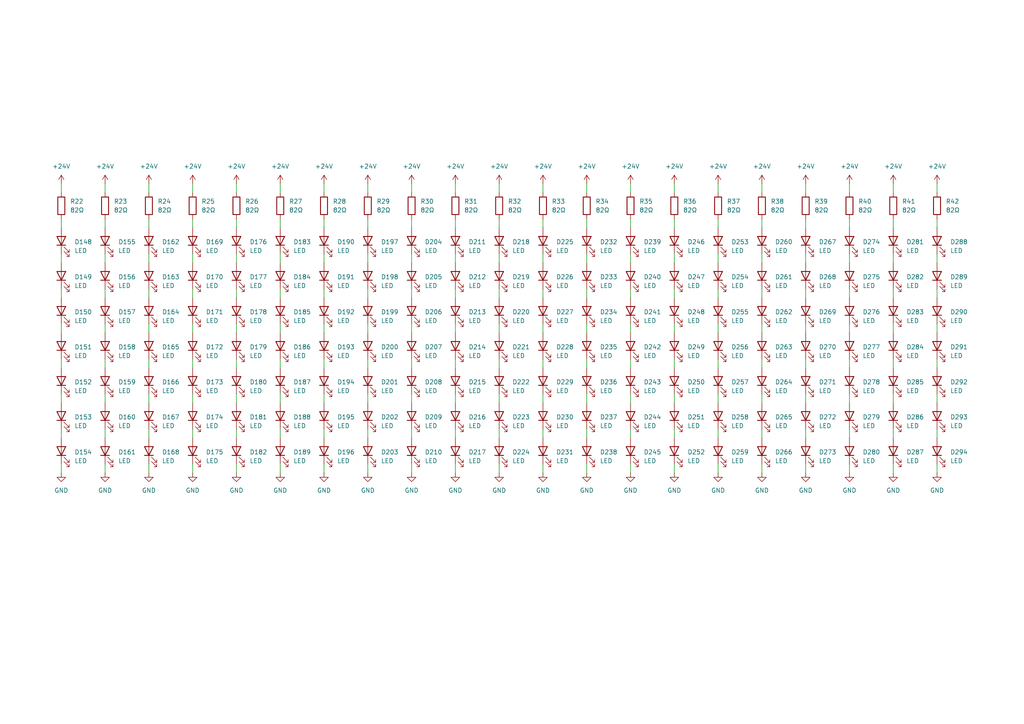
<source format=kicad_sch>
(kicad_sch (version 20211123) (generator eeschema)
  (paper "A4")
  (wire (pts (xy 259.08 114.3) (xy 259.08 116.84)))
  (wire (pts (xy 43.18 83.82) (xy 43.18 86.36)))
  (wire (pts (xy 157.48 124.46) (xy 157.48 127)))
  (wire (pts (xy 220.98 114.3) (xy 220.98 116.84)))
  (wire (pts (xy 170.18 73.66) (xy 170.18 76.2)))
  (wire (pts (xy 119.38 73.66) (xy 119.38 76.2)))
  (wire (pts (xy 170.18 83.82) (xy 170.18 86.36)))
  (wire (pts (xy 43.18 53.34) (xy 43.18 55.88)))
  (wire (pts (xy 43.18 114.3) (xy 43.18 116.84)))
  (wire (pts (xy 17.78 104.14) (xy 17.78 106.68)))
  (wire (pts (xy 208.28 124.46) (xy 208.28 127)))
  (wire (pts (xy 271.78 104.14) (xy 271.78 106.68)))
  (wire (pts (xy 93.98 93.98) (xy 93.98 96.52)))
  (wire (pts (xy 220.98 134.62) (xy 220.98 137.16)))
  (wire (pts (xy 195.58 134.62) (xy 195.58 137.16)))
  (wire (pts (xy 55.88 114.3) (xy 55.88 116.84)))
  (wire (pts (xy 246.38 73.66) (xy 246.38 76.2)))
  (wire (pts (xy 30.48 83.82) (xy 30.48 86.36)))
  (wire (pts (xy 132.08 83.82) (xy 132.08 86.36)))
  (wire (pts (xy 233.68 124.46) (xy 233.68 127)))
  (wire (pts (xy 55.88 134.62) (xy 55.88 137.16)))
  (wire (pts (xy 68.58 63.5) (xy 68.58 66.04)))
  (wire (pts (xy 68.58 73.66) (xy 68.58 76.2)))
  (wire (pts (xy 233.68 93.98) (xy 233.68 96.52)))
  (wire (pts (xy 132.08 114.3) (xy 132.08 116.84)))
  (wire (pts (xy 220.98 73.66) (xy 220.98 76.2)))
  (wire (pts (xy 157.48 104.14) (xy 157.48 106.68)))
  (wire (pts (xy 93.98 114.3) (xy 93.98 116.84)))
  (wire (pts (xy 208.28 53.34) (xy 208.28 55.88)))
  (wire (pts (xy 233.68 63.5) (xy 233.68 66.04)))
  (wire (pts (xy 55.88 83.82) (xy 55.88 86.36)))
  (wire (pts (xy 30.48 134.62) (xy 30.48 137.16)))
  (wire (pts (xy 81.28 53.34) (xy 81.28 55.88)))
  (wire (pts (xy 144.78 73.66) (xy 144.78 76.2)))
  (wire (pts (xy 43.18 134.62) (xy 43.18 137.16)))
  (wire (pts (xy 68.58 83.82) (xy 68.58 86.36)))
  (wire (pts (xy 81.28 73.66) (xy 81.28 76.2)))
  (wire (pts (xy 81.28 63.5) (xy 81.28 66.04)))
  (wire (pts (xy 81.28 93.98) (xy 81.28 96.52)))
  (wire (pts (xy 119.38 93.98) (xy 119.38 96.52)))
  (wire (pts (xy 68.58 124.46) (xy 68.58 127)))
  (wire (pts (xy 68.58 134.62) (xy 68.58 137.16)))
  (wire (pts (xy 157.48 73.66) (xy 157.48 76.2)))
  (wire (pts (xy 144.78 83.82) (xy 144.78 86.36)))
  (wire (pts (xy 259.08 73.66) (xy 259.08 76.2)))
  (wire (pts (xy 271.78 73.66) (xy 271.78 76.2)))
  (wire (pts (xy 106.68 53.34) (xy 106.68 55.88)))
  (wire (pts (xy 246.38 104.14) (xy 246.38 106.68)))
  (wire (pts (xy 208.28 114.3) (xy 208.28 116.84)))
  (wire (pts (xy 182.88 53.34) (xy 182.88 55.88)))
  (wire (pts (xy 17.78 63.5) (xy 17.78 66.04)))
  (wire (pts (xy 93.98 134.62) (xy 93.98 137.16)))
  (wire (pts (xy 182.88 124.46) (xy 182.88 127)))
  (wire (pts (xy 119.38 83.82) (xy 119.38 86.36)))
  (wire (pts (xy 144.78 63.5) (xy 144.78 66.04)))
  (wire (pts (xy 93.98 53.34) (xy 93.98 55.88)))
  (wire (pts (xy 157.48 134.62) (xy 157.48 137.16)))
  (wire (pts (xy 68.58 53.34) (xy 68.58 55.88)))
  (wire (pts (xy 195.58 93.98) (xy 195.58 96.52)))
  (wire (pts (xy 30.48 93.98) (xy 30.48 96.52)))
  (wire (pts (xy 208.28 93.98) (xy 208.28 96.52)))
  (wire (pts (xy 220.98 83.82) (xy 220.98 86.36)))
  (wire (pts (xy 182.88 83.82) (xy 182.88 86.36)))
  (wire (pts (xy 93.98 124.46) (xy 93.98 127)))
  (wire (pts (xy 132.08 73.66) (xy 132.08 76.2)))
  (wire (pts (xy 157.48 63.5) (xy 157.48 66.04)))
  (wire (pts (xy 259.08 104.14) (xy 259.08 106.68)))
  (wire (pts (xy 106.68 124.46) (xy 106.68 127)))
  (wire (pts (xy 208.28 63.5) (xy 208.28 66.04)))
  (wire (pts (xy 30.48 114.3) (xy 30.48 116.84)))
  (wire (pts (xy 106.68 83.82) (xy 106.68 86.36)))
  (wire (pts (xy 182.88 134.62) (xy 182.88 137.16)))
  (wire (pts (xy 220.98 63.5) (xy 220.98 66.04)))
  (wire (pts (xy 220.98 104.14) (xy 220.98 106.68)))
  (wire (pts (xy 17.78 93.98) (xy 17.78 96.52)))
  (wire (pts (xy 195.58 124.46) (xy 195.58 127)))
  (wire (pts (xy 271.78 53.34) (xy 271.78 55.88)))
  (wire (pts (xy 132.08 93.98) (xy 132.08 96.52)))
  (wire (pts (xy 195.58 114.3) (xy 195.58 116.84)))
  (wire (pts (xy 43.18 104.14) (xy 43.18 106.68)))
  (wire (pts (xy 144.78 124.46) (xy 144.78 127)))
  (wire (pts (xy 246.38 124.46) (xy 246.38 127)))
  (wire (pts (xy 233.68 134.62) (xy 233.68 137.16)))
  (wire (pts (xy 68.58 93.98) (xy 68.58 96.52)))
  (wire (pts (xy 195.58 53.34) (xy 195.58 55.88)))
  (wire (pts (xy 271.78 134.62) (xy 271.78 137.16)))
  (wire (pts (xy 106.68 134.62) (xy 106.68 137.16)))
  (wire (pts (xy 119.38 124.46) (xy 119.38 127)))
  (wire (pts (xy 170.18 93.98) (xy 170.18 96.52)))
  (wire (pts (xy 93.98 63.5) (xy 93.98 66.04)))
  (wire (pts (xy 170.18 53.34) (xy 170.18 55.88)))
  (wire (pts (xy 195.58 63.5) (xy 195.58 66.04)))
  (wire (pts (xy 208.28 134.62) (xy 208.28 137.16)))
  (wire (pts (xy 93.98 73.66) (xy 93.98 76.2)))
  (wire (pts (xy 30.48 53.34) (xy 30.48 55.88)))
  (wire (pts (xy 271.78 114.3) (xy 271.78 116.84)))
  (wire (pts (xy 170.18 104.14) (xy 170.18 106.68)))
  (wire (pts (xy 68.58 104.14) (xy 68.58 106.68)))
  (wire (pts (xy 271.78 124.46) (xy 271.78 127)))
  (wire (pts (xy 119.38 134.62) (xy 119.38 137.16)))
  (wire (pts (xy 246.38 63.5) (xy 246.38 66.04)))
  (wire (pts (xy 132.08 63.5) (xy 132.08 66.04)))
  (wire (pts (xy 30.48 63.5) (xy 30.48 66.04)))
  (wire (pts (xy 170.18 63.5) (xy 170.18 66.04)))
  (wire (pts (xy 144.78 114.3) (xy 144.78 116.84)))
  (wire (pts (xy 182.88 93.98) (xy 182.88 96.52)))
  (wire (pts (xy 246.38 53.34) (xy 246.38 55.88)))
  (wire (pts (xy 208.28 83.82) (xy 208.28 86.36)))
  (wire (pts (xy 195.58 73.66) (xy 195.58 76.2)))
  (wire (pts (xy 157.48 83.82) (xy 157.48 86.36)))
  (wire (pts (xy 119.38 53.34) (xy 119.38 55.88)))
  (wire (pts (xy 246.38 114.3) (xy 246.38 116.84)))
  (wire (pts (xy 119.38 63.5) (xy 119.38 66.04)))
  (wire (pts (xy 157.48 114.3) (xy 157.48 116.84)))
  (wire (pts (xy 132.08 124.46) (xy 132.08 127)))
  (wire (pts (xy 132.08 53.34) (xy 132.08 55.88)))
  (wire (pts (xy 208.28 104.14) (xy 208.28 106.68)))
  (wire (pts (xy 81.28 124.46) (xy 81.28 127)))
  (wire (pts (xy 157.48 53.34) (xy 157.48 55.88)))
  (wire (pts (xy 259.08 134.62) (xy 259.08 137.16)))
  (wire (pts (xy 43.18 124.46) (xy 43.18 127)))
  (wire (pts (xy 81.28 83.82) (xy 81.28 86.36)))
  (wire (pts (xy 55.88 53.34) (xy 55.88 55.88)))
  (wire (pts (xy 106.68 93.98) (xy 106.68 96.52)))
  (wire (pts (xy 271.78 93.98) (xy 271.78 96.52)))
  (wire (pts (xy 144.78 134.62) (xy 144.78 137.16)))
  (wire (pts (xy 119.38 104.14) (xy 119.38 106.68)))
  (wire (pts (xy 68.58 114.3) (xy 68.58 116.84)))
  (wire (pts (xy 17.78 83.82) (xy 17.78 86.36)))
  (wire (pts (xy 182.88 104.14) (xy 182.88 106.68)))
  (wire (pts (xy 30.48 124.46) (xy 30.48 127)))
  (wire (pts (xy 246.38 93.98) (xy 246.38 96.52)))
  (wire (pts (xy 55.88 63.5) (xy 55.88 66.04)))
  (wire (pts (xy 259.08 83.82) (xy 259.08 86.36)))
  (wire (pts (xy 55.88 73.66) (xy 55.88 76.2)))
  (wire (pts (xy 157.48 93.98) (xy 157.48 96.52)))
  (wire (pts (xy 170.18 134.62) (xy 170.18 137.16)))
  (wire (pts (xy 220.98 93.98) (xy 220.98 96.52)))
  (wire (pts (xy 55.88 104.14) (xy 55.88 106.68)))
  (wire (pts (xy 81.28 104.14) (xy 81.28 106.68)))
  (wire (pts (xy 195.58 104.14) (xy 195.58 106.68)))
  (wire (pts (xy 195.58 83.82) (xy 195.58 86.36)))
  (wire (pts (xy 43.18 63.5) (xy 43.18 66.04)))
  (wire (pts (xy 106.68 104.14) (xy 106.68 106.68)))
  (wire (pts (xy 233.68 104.14) (xy 233.68 106.68)))
  (wire (pts (xy 93.98 83.82) (xy 93.98 86.36)))
  (wire (pts (xy 43.18 93.98) (xy 43.18 96.52)))
  (wire (pts (xy 93.98 104.14) (xy 93.98 106.68)))
  (wire (pts (xy 30.48 104.14) (xy 30.48 106.68)))
  (wire (pts (xy 246.38 83.82) (xy 246.38 86.36)))
  (wire (pts (xy 233.68 114.3) (xy 233.68 116.84)))
  (wire (pts (xy 182.88 114.3) (xy 182.88 116.84)))
  (wire (pts (xy 233.68 53.34) (xy 233.68 55.88)))
  (wire (pts (xy 170.18 124.46) (xy 170.18 127)))
  (wire (pts (xy 81.28 134.62) (xy 81.28 137.16)))
  (wire (pts (xy 170.18 114.3) (xy 170.18 116.84)))
  (wire (pts (xy 220.98 124.46) (xy 220.98 127)))
  (wire (pts (xy 220.98 53.34) (xy 220.98 55.88)))
  (wire (pts (xy 132.08 104.14) (xy 132.08 106.68)))
  (wire (pts (xy 17.78 73.66) (xy 17.78 76.2)))
  (wire (pts (xy 81.28 114.3) (xy 81.28 116.84)))
  (wire (pts (xy 55.88 93.98) (xy 55.88 96.52)))
  (wire (pts (xy 271.78 63.5) (xy 271.78 66.04)))
  (wire (pts (xy 259.08 93.98) (xy 259.08 96.52)))
  (wire (pts (xy 17.78 114.3) (xy 17.78 116.84)))
  (wire (pts (xy 182.88 63.5) (xy 182.88 66.04)))
  (wire (pts (xy 106.68 73.66) (xy 106.68 76.2)))
  (wire (pts (xy 30.48 73.66) (xy 30.48 76.2)))
  (wire (pts (xy 132.08 134.62) (xy 132.08 137.16)))
  (wire (pts (xy 106.68 114.3) (xy 106.68 116.84)))
  (wire (pts (xy 144.78 104.14) (xy 144.78 106.68)))
  (wire (pts (xy 233.68 73.66) (xy 233.68 76.2)))
  (wire (pts (xy 182.88 73.66) (xy 182.88 76.2)))
  (wire (pts (xy 233.68 83.82) (xy 233.68 86.36)))
  (wire (pts (xy 259.08 63.5) (xy 259.08 66.04)))
  (wire (pts (xy 17.78 124.46) (xy 17.78 127)))
  (wire (pts (xy 106.68 63.5) (xy 106.68 66.04)))
  (wire (pts (xy 119.38 114.3) (xy 119.38 116.84)))
  (wire (pts (xy 43.18 73.66) (xy 43.18 76.2)))
  (wire (pts (xy 144.78 93.98) (xy 144.78 96.52)))
  (wire (pts (xy 17.78 134.62) (xy 17.78 137.16)))
  (wire (pts (xy 246.38 134.62) (xy 246.38 137.16)))
  (wire (pts (xy 271.78 83.82) (xy 271.78 86.36)))
  (wire (pts (xy 208.28 73.66) (xy 208.28 76.2)))
  (wire (pts (xy 259.08 124.46) (xy 259.08 127)))
  (wire (pts (xy 17.78 53.34) (xy 17.78 55.88)))
  (wire (pts (xy 144.78 53.34) (xy 144.78 55.88)))
  (wire (pts (xy 55.88 124.46) (xy 55.88 127)))
  (wire (pts (xy 259.08 53.34) (xy 259.08 55.88)))
  (symbol (lib_id "Device:LED") (at 93.98 69.85 90) (unit 1)
    (property "Reference" "D190" (at 97.79 70.1674 90) (effects (justify right)))
    (property "Value" "LED" (at 97.79 72.7074 90) (effects (justify right)))
    (property "Footprint" "LED_THT:LED_D5.0mm_Clear" (effects hide))
    (property "Datasheet" "./datasheets/F70R3b6kjHcLUcQH3Q.pdf" (effects hide))
  )
  (symbol (lib_id "Device:R") (at 157.48 59.69 0) (unit 1)
    (property "Reference" "R33" (at 160.02 58.4199 0) (effects (justify left)))
    (property "Value" "82Ω" (at 160.02 60.9599 0) (effects (justify left)))
    (property "Footprint" "Resistor_THT:R_Axial_DIN0207_L6.3mm_D2.5mm_P15.24mm_Horizontal" (effects hide))
    (property "Datasheet" "./datasheets/Yageo_LR_MFR_1-1714151.pdf" (effects hide))
    (property "Mfr. No" "MFR-25FTE52-82R" (effects hide))
    (property "Mouser No" "603-MFR-25FTE52-82R" (effects hide))
  )
  (symbol (lib_id "Device:R") (at 220.98 59.69 0) (unit 1)
    (property "Reference" "R38" (at 223.52 58.4199 0) (effects (justify left)))
    (property "Value" "82Ω" (at 223.52 60.9599 0) (effects (justify left)))
    (property "Footprint" "Resistor_THT:R_Axial_DIN0207_L6.3mm_D2.5mm_P15.24mm_Horizontal" (effects hide))
    (property "Datasheet" "./datasheets/Yageo_LR_MFR_1-1714151.pdf" (effects hide))
    (property "Mfr. No" "MFR-25FTE52-82R" (effects hide))
    (property "Mouser No" "603-MFR-25FTE52-82R" (effects hide))
  )
  (symbol (lib_id "power:+24V") (at 93.98 53.34 0) (unit 1)
    (property "Reference" "#PWR058" (effects hide))
    (property "Value" "+24V" (at 93.98 48.26 0))
  )
  (symbol (lib_id "Device:LED") (at 68.58 69.85 90) (unit 1)
    (property "Reference" "D176" (at 72.39 70.1674 90) (effects (justify right)))
    (property "Value" "LED" (at 72.39 72.7074 90) (effects (justify right)))
    (property "Footprint" "LED_THT:LED_D5.0mm_Clear" (effects hide))
    (property "Datasheet" "./datasheets/F70R3b6kjHcLUcQH3Q.pdf" (effects hide))
  )
  (symbol (lib_id "power:+24V") (at 119.38 53.34 0) (unit 1)
    (property "Reference" "#PWR062" (effects hide))
    (property "Value" "+24V" (at 119.38 48.26 0))
  )
  (symbol (lib_id "Device:LED") (at 93.98 110.49 90) (unit 1)
    (property "Reference" "D194" (at 97.79 110.8074 90) (effects (justify right)))
    (property "Value" "LED" (at 97.79 113.3474 90) (effects (justify right)))
    (property "Footprint" "LED_THT:LED_D5.0mm_Clear" (effects hide))
    (property "Datasheet" "./datasheets/F70R3b6kjHcLUcQH3Q.pdf" (effects hide))
  )
  (symbol (lib_id "Device:LED") (at 106.68 120.65 90) (unit 1)
    (property "Reference" "D202" (at 110.49 120.9674 90) (effects (justify right)))
    (property "Value" "LED" (at 110.49 123.5074 90) (effects (justify right)))
    (property "Footprint" "LED_THT:LED_D5.0mm_Clear" (effects hide))
    (property "Datasheet" "./datasheets/F70R3b6kjHcLUcQH3Q.pdf" (effects hide))
  )
  (symbol (lib_id "Device:LED") (at 17.78 100.33 90) (unit 1)
    (property "Reference" "D151" (at 21.59 100.6474 90) (effects (justify right)))
    (property "Value" "LED" (at 21.59 103.1874 90) (effects (justify right)))
    (property "Footprint" "LED_THT:LED_D5.0mm_Clear" (effects hide))
    (property "Datasheet" "./datasheets/F70R3b6kjHcLUcQH3Q.pdf" (effects hide))
  )
  (symbol (lib_id "Device:LED") (at 132.08 130.81 90) (unit 1)
    (property "Reference" "D217" (at 135.89 131.1274 90) (effects (justify right)))
    (property "Value" "LED" (at 135.89 133.6674 90) (effects (justify right)))
    (property "Footprint" "LED_THT:LED_D5.0mm_Clear" (effects hide))
    (property "Datasheet" "./datasheets/F70R3b6kjHcLUcQH3Q.pdf" (effects hide))
  )
  (symbol (lib_id "Device:LED") (at 81.28 90.17 90) (unit 1)
    (property "Reference" "D185" (at 85.09 90.4874 90) (effects (justify right)))
    (property "Value" "LED" (at 85.09 93.0274 90) (effects (justify right)))
    (property "Footprint" "LED_THT:LED_D5.0mm_Clear" (effects hide))
    (property "Datasheet" "./datasheets/F70R3b6kjHcLUcQH3Q.pdf" (effects hide))
  )
  (symbol (lib_id "Device:LED") (at 259.08 69.85 90) (unit 1)
    (property "Reference" "D281" (at 262.89 70.1674 90) (effects (justify right)))
    (property "Value" "LED" (at 262.89 72.7074 90) (effects (justify right)))
    (property "Footprint" "LED_THT:LED_D5.0mm_Clear" (effects hide))
    (property "Datasheet" "./datasheets/F70R3b6kjHcLUcQH3Q.pdf" (effects hide))
  )
  (symbol (lib_id "Device:LED") (at 259.08 80.01 90) (unit 1)
    (property "Reference" "D282" (at 262.89 80.3274 90) (effects (justify right)))
    (property "Value" "LED" (at 262.89 82.8674 90) (effects (justify right)))
    (property "Footprint" "LED_THT:LED_D5.0mm_Clear" (effects hide))
    (property "Datasheet" "./datasheets/F70R3b6kjHcLUcQH3Q.pdf" (effects hide))
  )
  (symbol (lib_id "Device:LED") (at 30.48 130.81 90) (unit 1)
    (property "Reference" "D161" (at 34.29 131.1274 90) (effects (justify right)))
    (property "Value" "LED" (at 34.29 133.6674 90) (effects (justify right)))
    (property "Footprint" "LED_THT:LED_D5.0mm_Clear" (effects hide))
    (property "Datasheet" "./datasheets/F70R3b6kjHcLUcQH3Q.pdf" (effects hide))
  )
  (symbol (lib_id "Device:LED") (at 144.78 69.85 90) (unit 1)
    (property "Reference" "D218" (at 148.59 70.1674 90) (effects (justify right)))
    (property "Value" "LED" (at 148.59 72.7074 90) (effects (justify right)))
    (property "Footprint" "LED_THT:LED_D5.0mm_Clear" (effects hide))
    (property "Datasheet" "./datasheets/F70R3b6kjHcLUcQH3Q.pdf" (effects hide))
  )
  (symbol (lib_id "Device:LED") (at 170.18 80.01 90) (unit 1)
    (property "Reference" "D233" (at 173.99 80.3274 90) (effects (justify right)))
    (property "Value" "LED" (at 173.99 82.8674 90) (effects (justify right)))
    (property "Footprint" "LED_THT:LED_D5.0mm_Clear" (effects hide))
    (property "Datasheet" "./datasheets/F70R3b6kjHcLUcQH3Q.pdf" (effects hide))
  )
  (symbol (lib_id "Device:LED") (at 220.98 110.49 90) (unit 1)
    (property "Reference" "D264" (at 224.79 110.8074 90) (effects (justify right)))
    (property "Value" "LED" (at 224.79 113.3474 90) (effects (justify right)))
    (property "Footprint" "LED_THT:LED_D5.0mm_Clear" (effects hide))
    (property "Datasheet" "./datasheets/F70R3b6kjHcLUcQH3Q.pdf" (effects hide))
  )
  (symbol (lib_id "Device:R") (at 259.08 59.69 0) (unit 1)
    (property "Reference" "R41" (at 261.62 58.4199 0) (effects (justify left)))
    (property "Value" "82Ω" (at 261.62 60.9599 0) (effects (justify left)))
    (property "Footprint" "Resistor_THT:R_Axial_DIN0207_L6.3mm_D2.5mm_P15.24mm_Horizontal" (effects hide))
    (property "Datasheet" "./datasheets/Yageo_LR_MFR_1-1714151.pdf" (effects hide))
    (property "Mfr. No" "MFR-25FTE52-82R" (effects hide))
    (property "Mouser No" "603-MFR-25FTE52-82R" (effects hide))
  )
  (symbol (lib_id "Device:LED") (at 119.38 69.85 90) (unit 1)
    (property "Reference" "D204" (at 123.19 70.1674 90) (effects (justify right)))
    (property "Value" "LED" (at 123.19 72.7074 90) (effects (justify right)))
    (property "Footprint" "LED_THT:LED_D5.0mm_Clear" (effects hide))
    (property "Datasheet" "./datasheets/F70R3b6kjHcLUcQH3Q.pdf" (effects hide))
  )
  (symbol (lib_id "power:GND") (at 68.58 137.16 0) (unit 1)
    (property "Reference" "#PWR055" (effects hide))
    (property "Value" "GND" (at 68.58 142.24 0))
  )
  (symbol (lib_id "Device:LED") (at 157.48 69.85 90) (unit 1)
    (property "Reference" "D225" (at 161.29 70.1674 90) (effects (justify right)))
    (property "Value" "LED" (at 161.29 72.7074 90) (effects (justify right)))
    (property "Footprint" "LED_THT:LED_D5.0mm_Clear" (effects hide))
    (property "Datasheet" "./datasheets/F70R3b6kjHcLUcQH3Q.pdf" (effects hide))
  )
  (symbol (lib_id "Device:LED") (at 144.78 120.65 90) (unit 1)
    (property "Reference" "D223" (at 148.59 120.9674 90) (effects (justify right)))
    (property "Value" "LED" (at 148.59 123.5074 90) (effects (justify right)))
    (property "Footprint" "LED_THT:LED_D5.0mm_Clear" (effects hide))
    (property "Datasheet" "./datasheets/F70R3b6kjHcLUcQH3Q.pdf" (effects hide))
  )
  (symbol (lib_id "power:+24V") (at 259.08 53.34 0) (unit 1)
    (property "Reference" "#PWR084" (effects hide))
    (property "Value" "+24V" (at 259.08 48.26 0))
  )
  (symbol (lib_id "Device:LED") (at 81.28 110.49 90) (unit 1)
    (property "Reference" "D187" (at 85.09 110.8074 90) (effects (justify right)))
    (property "Value" "LED" (at 85.09 113.3474 90) (effects (justify right)))
    (property "Footprint" "LED_THT:LED_D5.0mm_Clear" (effects hide))
    (property "Datasheet" "./datasheets/F70R3b6kjHcLUcQH3Q.pdf" (effects hide))
  )
  (symbol (lib_id "Device:LED") (at 220.98 100.33 90) (unit 1)
    (property "Reference" "D263" (at 224.79 100.6474 90) (effects (justify right)))
    (property "Value" "LED" (at 224.79 103.1874 90) (effects (justify right)))
    (property "Footprint" "LED_THT:LED_D5.0mm_Clear" (effects hide))
    (property "Datasheet" "./datasheets/F70R3b6kjHcLUcQH3Q.pdf" (effects hide))
  )
  (symbol (lib_id "Device:LED") (at 195.58 69.85 90) (unit 1)
    (property "Reference" "D246" (at 199.39 70.1674 90) (effects (justify right)))
    (property "Value" "LED" (at 199.39 72.7074 90) (effects (justify right)))
    (property "Footprint" "LED_THT:LED_D5.0mm_Clear" (effects hide))
    (property "Datasheet" "./datasheets/F70R3b6kjHcLUcQH3Q.pdf" (effects hide))
  )
  (symbol (lib_id "power:GND") (at 17.78 137.16 0) (unit 1)
    (property "Reference" "#PWR047" (effects hide))
    (property "Value" "GND" (at 17.78 142.24 0))
  )
  (symbol (lib_id "Device:LED") (at 220.98 69.85 90) (unit 1)
    (property "Reference" "D260" (at 224.79 70.1674 90) (effects (justify right)))
    (property "Value" "LED" (at 224.79 72.7074 90) (effects (justify right)))
    (property "Footprint" "LED_THT:LED_D5.0mm_Clear" (effects hide))
    (property "Datasheet" "./datasheets/F70R3b6kjHcLUcQH3Q.pdf" (effects hide))
  )
  (symbol (lib_id "Device:LED") (at 144.78 130.81 90) (unit 1)
    (property "Reference" "D224" (at 148.59 131.1274 90) (effects (justify right)))
    (property "Value" "LED" (at 148.59 133.6674 90) (effects (justify right)))
    (property "Footprint" "LED_THT:LED_D5.0mm_Clear" (effects hide))
    (property "Datasheet" "./datasheets/F70R3b6kjHcLUcQH3Q.pdf" (effects hide))
  )
  (symbol (lib_id "Device:LED") (at 106.68 100.33 90) (unit 1)
    (property "Reference" "D200" (at 110.49 100.6474 90) (effects (justify right)))
    (property "Value" "LED" (at 110.49 103.1874 90) (effects (justify right)))
    (property "Footprint" "LED_THT:LED_D5.0mm_Clear" (effects hide))
    (property "Datasheet" "./datasheets/F70R3b6kjHcLUcQH3Q.pdf" (effects hide))
  )
  (symbol (lib_id "Device:LED") (at 271.78 90.17 90) (unit 1)
    (property "Reference" "D290" (at 275.59 90.4874 90) (effects (justify right)))
    (property "Value" "LED" (at 275.59 93.0274 90) (effects (justify right)))
    (property "Footprint" "LED_THT:LED_D5.0mm_Clear" (effects hide))
    (property "Datasheet" "./datasheets/F70R3b6kjHcLUcQH3Q.pdf" (effects hide))
  )
  (symbol (lib_id "power:GND") (at 170.18 137.16 0) (unit 1)
    (property "Reference" "#PWR071" (effects hide))
    (property "Value" "GND" (at 170.18 142.24 0))
  )
  (symbol (lib_id "Device:LED") (at 119.38 90.17 90) (unit 1)
    (property "Reference" "D206" (at 123.19 90.4874 90) (effects (justify right)))
    (property "Value" "LED" (at 123.19 93.0274 90) (effects (justify right)))
    (property "Footprint" "LED_THT:LED_D5.0mm_Clear" (effects hide))
    (property "Datasheet" "./datasheets/F70R3b6kjHcLUcQH3Q.pdf" (effects hide))
  )
  (symbol (lib_id "Device:LED") (at 157.48 90.17 90) (unit 1)
    (property "Reference" "D227" (at 161.29 90.4874 90) (effects (justify right)))
    (property "Value" "LED" (at 161.29 93.0274 90) (effects (justify right)))
    (property "Footprint" "LED_THT:LED_D5.0mm_Clear" (effects hide))
    (property "Datasheet" "./datasheets/F70R3b6kjHcLUcQH3Q.pdf" (effects hide))
  )
  (symbol (lib_id "Device:LED") (at 157.48 130.81 90) (unit 1)
    (property "Reference" "D231" (at 161.29 131.1274 90) (effects (justify right)))
    (property "Value" "LED" (at 161.29 133.6674 90) (effects (justify right)))
    (property "Footprint" "LED_THT:LED_D5.0mm_Clear" (effects hide))
    (property "Datasheet" "./datasheets/F70R3b6kjHcLUcQH3Q.pdf" (effects hide))
  )
  (symbol (lib_id "Device:LED") (at 208.28 120.65 90) (unit 1)
    (property "Reference" "D258" (at 212.09 120.9674 90) (effects (justify right)))
    (property "Value" "LED" (at 212.09 123.5074 90) (effects (justify right)))
    (property "Footprint" "LED_THT:LED_D5.0mm_Clear" (effects hide))
    (property "Datasheet" "./datasheets/F70R3b6kjHcLUcQH3Q.pdf" (effects hide))
  )
  (symbol (lib_id "Device:LED") (at 271.78 120.65 90) (unit 1)
    (property "Reference" "D293" (at 275.59 120.9674 90) (effects (justify right)))
    (property "Value" "LED" (at 275.59 123.5074 90) (effects (justify right)))
    (property "Footprint" "LED_THT:LED_D5.0mm_Clear" (effects hide))
    (property "Datasheet" "./datasheets/F70R3b6kjHcLUcQH3Q.pdf" (effects hide))
  )
  (symbol (lib_id "Device:R") (at 208.28 59.69 0) (unit 1)
    (property "Reference" "R37" (at 210.82 58.4199 0) (effects (justify left)))
    (property "Value" "82Ω" (at 210.82 60.9599 0) (effects (justify left)))
    (property "Footprint" "Resistor_THT:R_Axial_DIN0207_L6.3mm_D2.5mm_P15.24mm_Horizontal" (effects hide))
    (property "Datasheet" "./datasheets/Yageo_LR_MFR_1-1714151.pdf" (effects hide))
    (property "Mfr. No" "MFR-25FTE52-82R" (effects hide))
    (property "Mouser No" "603-MFR-25FTE52-82R" (effects hide))
  )
  (symbol (lib_id "Device:LED") (at 157.48 100.33 90) (unit 1)
    (property "Reference" "D228" (at 161.29 100.6474 90) (effects (justify right)))
    (property "Value" "LED" (at 161.29 103.1874 90) (effects (justify right)))
    (property "Footprint" "LED_THT:LED_D5.0mm_Clear" (effects hide))
    (property "Datasheet" "./datasheets/F70R3b6kjHcLUcQH3Q.pdf" (effects hide))
  )
  (symbol (lib_id "Device:LED") (at 93.98 100.33 90) (unit 1)
    (property "Reference" "D193" (at 97.79 100.6474 90) (effects (justify right)))
    (property "Value" "LED" (at 97.79 103.1874 90) (effects (justify right)))
    (property "Footprint" "LED_THT:LED_D5.0mm_Clear" (effects hide))
    (property "Datasheet" "./datasheets/F70R3b6kjHcLUcQH3Q.pdf" (effects hide))
  )
  (symbol (lib_id "Device:LED") (at 93.98 130.81 90) (unit 1)
    (property "Reference" "D196" (at 97.79 131.1274 90) (effects (justify right)))
    (property "Value" "LED" (at 97.79 133.6674 90) (effects (justify right)))
    (property "Footprint" "LED_THT:LED_D5.0mm_Clear" (effects hide))
    (property "Datasheet" "./datasheets/F70R3b6kjHcLUcQH3Q.pdf" (effects hide))
  )
  (symbol (lib_id "Device:LED") (at 182.88 100.33 90) (unit 1)
    (property "Reference" "D242" (at 186.69 100.6474 90) (effects (justify right)))
    (property "Value" "LED" (at 186.69 103.1874 90) (effects (justify right)))
    (property "Footprint" "LED_THT:LED_D5.0mm_Clear" (effects hide))
    (property "Datasheet" "./datasheets/F70R3b6kjHcLUcQH3Q.pdf" (effects hide))
  )
  (symbol (lib_id "Device:LED") (at 81.28 130.81 90) (unit 1)
    (property "Reference" "D189" (at 85.09 131.1274 90) (effects (justify right)))
    (property "Value" "LED" (at 85.09 133.6674 90) (effects (justify right)))
    (property "Footprint" "LED_THT:LED_D5.0mm_Clear" (effects hide))
    (property "Datasheet" "./datasheets/F70R3b6kjHcLUcQH3Q.pdf" (effects hide))
  )
  (symbol (lib_id "power:+24V") (at 132.08 53.34 0) (unit 1)
    (property "Reference" "#PWR064" (effects hide))
    (property "Value" "+24V" (at 132.08 48.26 0))
  )
  (symbol (lib_id "Device:LED") (at 93.98 80.01 90) (unit 1)
    (property "Reference" "D191" (at 97.79 80.3274 90) (effects (justify right)))
    (property "Value" "LED" (at 97.79 82.8674 90) (effects (justify right)))
    (property "Footprint" "LED_THT:LED_D5.0mm_Clear" (effects hide))
    (property "Datasheet" "./datasheets/F70R3b6kjHcLUcQH3Q.pdf" (effects hide))
  )
  (symbol (lib_id "Device:LED") (at 170.18 120.65 90) (unit 1)
    (property "Reference" "D237" (at 173.99 120.9674 90) (effects (justify right)))
    (property "Value" "LED" (at 173.99 123.5074 90) (effects (justify right)))
    (property "Footprint" "LED_THT:LED_D5.0mm_Clear" (effects hide))
    (property "Datasheet" "./datasheets/F70R3b6kjHcLUcQH3Q.pdf" (effects hide))
  )
  (symbol (lib_id "Device:LED") (at 195.58 110.49 90) (unit 1)
    (property "Reference" "D250" (at 199.39 110.8074 90) (effects (justify right)))
    (property "Value" "LED" (at 199.39 113.3474 90) (effects (justify right)))
    (property "Footprint" "LED_THT:LED_D5.0mm_Clear" (effects hide))
    (property "Datasheet" "./datasheets/F70R3b6kjHcLUcQH3Q.pdf" (effects hide))
  )
  (symbol (lib_id "Device:LED") (at 17.78 69.85 90) (unit 1)
    (property "Reference" "D148" (at 21.59 70.1674 90) (effects (justify right)))
    (property "Value" "LED" (at 21.59 72.7074 90) (effects (justify right)))
    (property "Footprint" "LED_THT:LED_D5.0mm_Clear" (effects hide))
    (property "Datasheet" "./datasheets/F70R3b6kjHcLUcQH3Q.pdf" (effects hide))
  )
  (symbol (lib_id "Device:LED") (at 132.08 120.65 90) (unit 1)
    (property "Reference" "D216" (at 135.89 120.9674 90) (effects (justify right)))
    (property "Value" "LED" (at 135.89 123.5074 90) (effects (justify right)))
    (property "Footprint" "LED_THT:LED_D5.0mm_Clear" (effects hide))
    (property "Datasheet" "./datasheets/F70R3b6kjHcLUcQH3Q.pdf" (effects hide))
  )
  (symbol (lib_id "Device:LED") (at 55.88 120.65 90) (unit 1)
    (property "Reference" "D174" (at 59.69 120.9674 90) (effects (justify right)))
    (property "Value" "LED" (at 59.69 123.5074 90) (effects (justify right)))
    (property "Footprint" "LED_THT:LED_D5.0mm_Clear" (effects hide))
    (property "Datasheet" "./datasheets/F70R3b6kjHcLUcQH3Q.pdf" (effects hide))
  )
  (symbol (lib_id "Device:LED") (at 259.08 130.81 90) (unit 1)
    (property "Reference" "D287" (at 262.89 131.1274 90) (effects (justify right)))
    (property "Value" "LED" (at 262.89 133.6674 90) (effects (justify right)))
    (property "Footprint" "LED_THT:LED_D5.0mm_Clear" (effects hide))
    (property "Datasheet" "./datasheets/F70R3b6kjHcLUcQH3Q.pdf" (effects hide))
  )
  (symbol (lib_id "Device:LED") (at 30.48 110.49 90) (unit 1)
    (property "Reference" "D159" (at 34.29 110.8074 90) (effects (justify right)))
    (property "Value" "LED" (at 34.29 113.3474 90) (effects (justify right)))
    (property "Footprint" "LED_THT:LED_D5.0mm_Clear" (effects hide))
    (property "Datasheet" "./datasheets/F70R3b6kjHcLUcQH3Q.pdf" (effects hide))
  )
  (symbol (lib_id "Device:LED") (at 43.18 110.49 90) (unit 1)
    (property "Reference" "D166" (at 46.99 110.8074 90) (effects (justify right)))
    (property "Value" "LED" (at 46.99 113.3474 90) (effects (justify right)))
    (property "Footprint" "LED_THT:LED_D5.0mm_Clear" (effects hide))
    (property "Datasheet" "./datasheets/F70R3b6kjHcLUcQH3Q.pdf" (effects hide))
  )
  (symbol (lib_id "Device:R") (at 246.38 59.69 0) (unit 1)
    (property "Reference" "R40" (at 248.92 58.4199 0) (effects (justify left)))
    (property "Value" "82Ω" (at 248.92 60.9599 0) (effects (justify left)))
    (property "Footprint" "Resistor_THT:R_Axial_DIN0207_L6.3mm_D2.5mm_P15.24mm_Horizontal" (effects hide))
    (property "Datasheet" "./datasheets/Yageo_LR_MFR_1-1714151.pdf" (effects hide))
    (property "Mfr. No" "MFR-25FTE52-82R" (effects hide))
    (property "Mouser No" "603-MFR-25FTE52-82R" (effects hide))
  )
  (symbol (lib_id "Device:LED") (at 43.18 100.33 90) (unit 1)
    (property "Reference" "D165" (at 46.99 100.6474 90) (effects (justify right)))
    (property "Value" "LED" (at 46.99 103.1874 90) (effects (justify right)))
    (property "Footprint" "LED_THT:LED_D5.0mm_Clear" (effects hide))
    (property "Datasheet" "./datasheets/F70R3b6kjHcLUcQH3Q.pdf" (effects hide))
  )
  (symbol (lib_id "Device:LED") (at 246.38 110.49 90) (unit 1)
    (property "Reference" "D278" (at 250.19 110.8074 90) (effects (justify right)))
    (property "Value" "LED" (at 250.19 113.3474 90) (effects (justify right)))
    (property "Footprint" "LED_THT:LED_D5.0mm_Clear" (effects hide))
    (property "Datasheet" "./datasheets/F70R3b6kjHcLUcQH3Q.pdf" (effects hide))
  )
  (symbol (lib_id "Device:R") (at 93.98 59.69 0) (unit 1)
    (property "Reference" "R28" (at 96.52 58.4199 0) (effects (justify left)))
    (property "Value" "82Ω" (at 96.52 60.9599 0) (effects (justify left)))
    (property "Footprint" "Resistor_THT:R_Axial_DIN0207_L6.3mm_D2.5mm_P15.24mm_Horizontal" (effects hide))
    (property "Datasheet" "./datasheets/Yageo_LR_MFR_1-1714151.pdf" (effects hide))
    (property "Mfr. No" "MFR-25FTE52-82R" (effects hide))
    (property "Mouser No" "603-MFR-25FTE52-82R" (effects hide))
  )
  (symbol (lib_id "Device:LED") (at 170.18 90.17 90) (unit 1)
    (property "Reference" "D234" (at 173.99 90.4874 90) (effects (justify right)))
    (property "Value" "LED" (at 173.99 93.0274 90) (effects (justify right)))
    (property "Footprint" "LED_THT:LED_D5.0mm_Clear" (effects hide))
    (property "Datasheet" "./datasheets/F70R3b6kjHcLUcQH3Q.pdf" (effects hide))
  )
  (symbol (lib_id "Device:LED") (at 271.78 130.81 90) (unit 1)
    (property "Reference" "D294" (at 275.59 131.1274 90) (effects (justify right)))
    (property "Value" "LED" (at 275.59 133.6674 90) (effects (justify right)))
    (property "Footprint" "LED_THT:LED_D5.0mm_Clear" (effects hide))
    (property "Datasheet" "./datasheets/F70R3b6kjHcLUcQH3Q.pdf" (effects hide))
  )
  (symbol (lib_id "Device:LED") (at 182.88 110.49 90) (unit 1)
    (property "Reference" "D243" (at 186.69 110.8074 90) (effects (justify right)))
    (property "Value" "LED" (at 186.69 113.3474 90) (effects (justify right)))
    (property "Footprint" "LED_THT:LED_D5.0mm_Clear" (effects hide))
    (property "Datasheet" "./datasheets/F70R3b6kjHcLUcQH3Q.pdf" (effects hide))
  )
  (symbol (lib_id "Device:LED") (at 55.88 69.85 90) (unit 1)
    (property "Reference" "D169" (at 59.69 70.1674 90) (effects (justify right)))
    (property "Value" "LED" (at 59.69 72.7074 90) (effects (justify right)))
    (property "Footprint" "LED_THT:LED_D5.0mm_Clear" (effects hide))
    (property "Datasheet" "./datasheets/F70R3b6kjHcLUcQH3Q.pdf" (effects hide))
  )
  (symbol (lib_id "Device:LED") (at 17.78 90.17 90) (unit 1)
    (property "Reference" "D150" (at 21.59 90.4874 90) (effects (justify right)))
    (property "Value" "LED" (at 21.59 93.0274 90) (effects (justify right)))
    (property "Footprint" "LED_THT:LED_D5.0mm_Clear" (effects hide))
    (property "Datasheet" "./datasheets/F70R3b6kjHcLUcQH3Q.pdf" (effects hide))
  )
  (symbol (lib_id "Device:LED") (at 55.88 110.49 90) (unit 1)
    (property "Reference" "D173" (at 59.69 110.8074 90) (effects (justify right)))
    (property "Value" "LED" (at 59.69 113.3474 90) (effects (justify right)))
    (property "Footprint" "LED_THT:LED_D5.0mm_Clear" (effects hide))
    (property "Datasheet" "./datasheets/F70R3b6kjHcLUcQH3Q.pdf" (effects hide))
  )
  (symbol (lib_id "Device:LED") (at 259.08 110.49 90) (unit 1)
    (property "Reference" "D285" (at 262.89 110.8074 90) (effects (justify right)))
    (property "Value" "LED" (at 262.89 113.3474 90) (effects (justify right)))
    (property "Footprint" "LED_THT:LED_D5.0mm_Clear" (effects hide))
    (property "Datasheet" "./datasheets/F70R3b6kjHcLUcQH3Q.pdf" (effects hide))
  )
  (symbol (lib_id "Device:R") (at 17.78 59.69 0) (unit 1)
    (property "Reference" "R22" (at 20.32 58.4199 0) (effects (justify left)))
    (property "Value" "82Ω" (at 20.32 60.9599 0) (effects (justify left)))
    (property "Footprint" "Resistor_THT:R_Axial_DIN0207_L6.3mm_D2.5mm_P15.24mm_Horizontal" (effects hide))
    (property "Datasheet" "./datasheets/Yageo_LR_MFR_1-1714151.pdf" (effects hide))
    (property "Mfr. No" "MFR-25FTE52-82R" (effects hide))
    (property "Mouser No" "603-MFR-25FTE52-82R" (effects hide))
  )
  (symbol (lib_id "power:GND") (at 233.68 137.16 0) (unit 1)
    (property "Reference" "#PWR081" (effects hide))
    (property "Value" "GND" (at 233.68 142.24 0))
  )
  (symbol (lib_id "Device:LED") (at 132.08 110.49 90) (unit 1)
    (property "Reference" "D215" (at 135.89 110.8074 90) (effects (justify right)))
    (property "Value" "LED" (at 135.89 113.3474 90) (effects (justify right)))
    (property "Footprint" "LED_THT:LED_D5.0mm_Clear" (effects hide))
    (property "Datasheet" "./datasheets/F70R3b6kjHcLUcQH3Q.pdf" (effects hide))
  )
  (symbol (lib_id "Device:LED") (at 81.28 120.65 90) (unit 1)
    (property "Reference" "D188" (at 85.09 120.9674 90) (effects (justify right)))
    (property "Value" "LED" (at 85.09 123.5074 90) (effects (justify right)))
    (property "Footprint" "LED_THT:LED_D5.0mm_Clear" (effects hide))
    (property "Datasheet" "./datasheets/F70R3b6kjHcLUcQH3Q.pdf" (effects hide))
  )
  (symbol (lib_id "Device:LED") (at 55.88 90.17 90) (unit 1)
    (property "Reference" "D171" (at 59.69 90.4874 90) (effects (justify right)))
    (property "Value" "LED" (at 59.69 93.0274 90) (effects (justify right)))
    (property "Footprint" "LED_THT:LED_D5.0mm_Clear" (effects hide))
    (property "Datasheet" "./datasheets/F70R3b6kjHcLUcQH3Q.pdf" (effects hide))
  )
  (symbol (lib_id "power:GND") (at 271.78 137.16 0) (unit 1)
    (property "Reference" "#PWR087" (effects hide))
    (property "Value" "GND" (at 271.78 142.24 0))
  )
  (symbol (lib_id "Device:LED") (at 233.68 110.49 90) (unit 1)
    (property "Reference" "D271" (at 237.49 110.8074 90) (effects (justify right)))
    (property "Value" "LED" (at 237.49 113.3474 90) (effects (justify right)))
    (property "Footprint" "LED_THT:LED_D5.0mm_Clear" (effects hide))
    (property "Datasheet" "./datasheets/F70R3b6kjHcLUcQH3Q.pdf" (effects hide))
  )
  (symbol (lib_id "Device:LED") (at 144.78 110.49 90) (unit 1)
    (property "Reference" "D222" (at 148.59 110.8074 90) (effects (justify right)))
    (property "Value" "LED" (at 148.59 113.3474 90) (effects (justify right)))
    (property "Footprint" "LED_THT:LED_D5.0mm_Clear" (effects hide))
    (property "Datasheet" "./datasheets/F70R3b6kjHcLUcQH3Q.pdf" (effects hide))
  )
  (symbol (lib_id "Device:LED") (at 246.38 120.65 90) (unit 1)
    (property "Reference" "D279" (at 250.19 120.9674 90) (effects (justify right)))
    (property "Value" "LED" (at 250.19 123.5074 90) (effects (justify right)))
    (property "Footprint" "LED_THT:LED_D5.0mm_Clear" (effects hide))
    (property "Datasheet" "./datasheets/F70R3b6kjHcLUcQH3Q.pdf" (effects hide))
  )
  (symbol (lib_id "Device:R") (at 144.78 59.69 0) (unit 1)
    (property "Reference" "R32" (at 147.32 58.4199 0) (effects (justify left)))
    (property "Value" "82Ω" (at 147.32 60.9599 0) (effects (justify left)))
    (property "Footprint" "Resistor_THT:R_Axial_DIN0207_L6.3mm_D2.5mm_P15.24mm_Horizontal" (effects hide))
    (property "Datasheet" "./datasheets/Yageo_LR_MFR_1-1714151.pdf" (effects hide))
    (property "Mfr. No" "MFR-25FTE52-82R" (effects hide))
    (property "Mouser No" "603-MFR-25FTE52-82R" (effects hide))
  )
  (symbol (lib_id "Device:LED") (at 246.38 130.81 90) (unit 1)
    (property "Reference" "D280" (at 250.19 131.1274 90) (effects (justify right)))
    (property "Value" "LED" (at 250.19 133.6674 90) (effects (justify right)))
    (property "Footprint" "LED_THT:LED_D5.0mm_Clear" (effects hide))
    (property "Datasheet" "./datasheets/F70R3b6kjHcLUcQH3Q.pdf" (effects hide))
  )
  (symbol (lib_id "Device:R") (at 55.88 59.69 0) (unit 1)
    (property "Reference" "R25" (at 58.42 58.4199 0) (effects (justify left)))
    (property "Value" "82Ω" (at 58.42 60.9599 0) (effects (justify left)))
    (property "Footprint" "Resistor_THT:R_Axial_DIN0207_L6.3mm_D2.5mm_P15.24mm_Horizontal" (effects hide))
    (property "Datasheet" "./datasheets/Yageo_LR_MFR_1-1714151.pdf" (effects hide))
    (property "Mfr. No" "MFR-25FTE52-82R" (effects hide))
    (property "Mouser No" "603-MFR-25FTE52-82R" (effects hide))
  )
  (symbol (lib_id "power:GND") (at 132.08 137.16 0) (unit 1)
    (property "Reference" "#PWR065" (effects hide))
    (property "Value" "GND" (at 132.08 142.24 0))
  )
  (symbol (lib_id "Device:LED") (at 157.48 80.01 90) (unit 1)
    (property "Reference" "D226" (at 161.29 80.3274 90) (effects (justify right)))
    (property "Value" "LED" (at 161.29 82.8674 90) (effects (justify right)))
    (property "Footprint" "LED_THT:LED_D5.0mm_Clear" (effects hide))
    (property "Datasheet" "./datasheets/F70R3b6kjHcLUcQH3Q.pdf" (effects hide))
  )
  (symbol (lib_id "Device:LED") (at 55.88 130.81 90) (unit 1)
    (property "Reference" "D175" (at 59.69 131.1274 90) (effects (justify right)))
    (property "Value" "LED" (at 59.69 133.6674 90) (effects (justify right)))
    (property "Footprint" "LED_THT:LED_D5.0mm_Clear" (effects hide))
    (property "Datasheet" "./datasheets/F70R3b6kjHcLUcQH3Q.pdf" (effects hide))
  )
  (symbol (lib_id "Device:LED") (at 81.28 100.33 90) (unit 1)
    (property "Reference" "D186" (at 85.09 100.6474 90) (effects (justify right)))
    (property "Value" "LED" (at 85.09 103.1874 90) (effects (justify right)))
    (property "Footprint" "LED_THT:LED_D5.0mm_Clear" (effects hide))
    (property "Datasheet" "./datasheets/F70R3b6kjHcLUcQH3Q.pdf" (effects hide))
  )
  (symbol (lib_id "Device:LED") (at 271.78 69.85 90) (unit 1)
    (property "Reference" "D288" (at 275.59 70.1674 90) (effects (justify right)))
    (property "Value" "LED" (at 275.59 72.7074 90) (effects (justify right)))
    (property "Footprint" "LED_THT:LED_D5.0mm_Clear" (effects hide))
    (property "Datasheet" "./datasheets/F70R3b6kjHcLUcQH3Q.pdf" (effects hide))
  )
  (symbol (lib_id "Device:LED") (at 182.88 80.01 90) (unit 1)
    (property "Reference" "D240" (at 186.69 80.3274 90) (effects (justify right)))
    (property "Value" "LED" (at 186.69 82.8674 90) (effects (justify right)))
    (property "Footprint" "LED_THT:LED_D5.0mm_Clear" (effects hide))
    (property "Datasheet" "./datasheets/F70R3b6kjHcLUcQH3Q.pdf" (effects hide))
  )
  (symbol (lib_id "Device:LED") (at 30.48 100.33 90) (unit 1)
    (property "Reference" "D158" (at 34.29 100.6474 90) (effects (justify right)))
    (property "Value" "LED" (at 34.29 103.1874 90) (effects (justify right)))
    (property "Footprint" "LED_THT:LED_D5.0mm_Clear" (effects hide))
    (property "Datasheet" "./datasheets/F70R3b6kjHcLUcQH3Q.pdf" (effects hide))
  )
  (symbol (lib_id "Device:LED") (at 208.28 110.49 90) (unit 1)
    (property "Reference" "D257" (at 212.09 110.8074 90) (effects (justify right)))
    (property "Value" "LED" (at 212.09 113.3474 90) (effects (justify right)))
    (property "Footprint" "LED_THT:LED_D5.0mm_Clear" (effects hide))
    (property "Datasheet" "./datasheets/F70R3b6kjHcLUcQH3Q.pdf" (effects hide))
  )
  (symbol (lib_id "power:GND") (at 144.78 137.16 0) (unit 1)
    (property "Reference" "#PWR067" (effects hide))
    (property "Value" "GND" (at 144.78 142.24 0))
  )
  (symbol (lib_id "Device:LED") (at 246.38 100.33 90) (unit 1)
    (property "Reference" "D277" (at 250.19 100.6474 90) (effects (justify right)))
    (property "Value" "LED" (at 250.19 103.1874 90) (effects (justify right)))
    (property "Footprint" "LED_THT:LED_D5.0mm_Clear" (effects hide))
    (property "Datasheet" "./datasheets/F70R3b6kjHcLUcQH3Q.pdf" (effects hide))
  )
  (symbol (lib_id "power:GND") (at 81.28 137.16 0) (unit 1)
    (property "Reference" "#PWR057" (effects hide))
    (property "Value" "GND" (at 81.28 142.24 0))
  )
  (symbol (lib_id "Device:LED") (at 233.68 90.17 90) (unit 1)
    (property "Reference" "D269" (at 237.49 90.4874 90) (effects (justify right)))
    (property "Value" "LED" (at 237.49 93.0274 90) (effects (justify right)))
    (property "Footprint" "LED_THT:LED_D5.0mm_Clear" (effects hide))
    (property "Datasheet" "./datasheets/F70R3b6kjHcLUcQH3Q.pdf" (effects hide))
  )
  (symbol (lib_id "Device:LED") (at 106.68 69.85 90) (unit 1)
    (property "Reference" "D197" (at 110.49 70.1674 90) (effects (justify right)))
    (property "Value" "LED" (at 110.49 72.7074 90) (effects (justify right)))
    (property "Footprint" "LED_THT:LED_D5.0mm_Clear" (effects hide))
    (property "Datasheet" "./datasheets/F70R3b6kjHcLUcQH3Q.pdf" (effects hide))
  )
  (symbol (lib_id "power:+24V") (at 30.48 53.34 0) (unit 1)
    (property "Reference" "#PWR048" (effects hide))
    (property "Value" "+24V" (at 30.48 48.26 0))
  )
  (symbol (lib_id "Device:LED") (at 30.48 120.65 90) (unit 1)
    (property "Reference" "D160" (at 34.29 120.9674 90) (effects (justify right)))
    (property "Value" "LED" (at 34.29 123.5074 90) (effects (justify right)))
    (property "Footprint" "LED_THT:LED_D5.0mm_Clear" (effects hide))
    (property "Datasheet" "./datasheets/F70R3b6kjHcLUcQH3Q.pdf" (effects hide))
  )
  (symbol (lib_id "Device:LED") (at 233.68 80.01 90) (unit 1)
    (property "Reference" "D268" (at 237.49 80.3274 90) (effects (justify right)))
    (property "Value" "LED" (at 237.49 82.8674 90) (effects (justify right)))
    (property "Footprint" "LED_THT:LED_D5.0mm_Clear" (effects hide))
    (property "Datasheet" "./datasheets/F70R3b6kjHcLUcQH3Q.pdf" (effects hide))
  )
  (symbol (lib_id "Device:LED") (at 170.18 130.81 90) (unit 1)
    (property "Reference" "D238" (at 173.99 131.1274 90) (effects (justify right)))
    (property "Value" "LED" (at 173.99 133.6674 90) (effects (justify right)))
    (property "Footprint" "LED_THT:LED_D5.0mm_Clear" (effects hide))
    (property "Datasheet" "./datasheets/F70R3b6kjHcLUcQH3Q.pdf" (effects hide))
  )
  (symbol (lib_id "Device:LED") (at 43.18 80.01 90) (unit 1)
    (property "Reference" "D163" (at 46.99 80.3274 90) (effects (justify right)))
    (property "Value" "LED" (at 46.99 82.8674 90) (effects (justify right)))
    (property "Footprint" "LED_THT:LED_D5.0mm_Clear" (effects hide))
    (property "Datasheet" "./datasheets/F70R3b6kjHcLUcQH3Q.pdf" (effects hide))
  )
  (symbol (lib_id "Device:LED") (at 119.38 120.65 90) (unit 1)
    (property "Reference" "D209" (at 123.19 120.9674 90) (effects (justify right)))
    (property "Value" "LED" (at 123.19 123.5074 90) (effects (justify right)))
    (property "Footprint" "LED_THT:LED_D5.0mm_Clear" (effects hide))
    (property "Datasheet" "./datasheets/F70R3b6kjHcLUcQH3Q.pdf" (effects hide))
  )
  (symbol (lib_id "Device:LED") (at 106.68 110.49 90) (unit 1)
    (property "Reference" "D201" (at 110.49 110.8074 90) (effects (justify right)))
    (property "Value" "LED" (at 110.49 113.3474 90) (effects (justify right)))
    (property "Footprint" "LED_THT:LED_D5.0mm_Clear" (effects hide))
    (property "Datasheet" "./datasheets/F70R3b6kjHcLUcQH3Q.pdf" (effects hide))
  )
  (symbol (lib_id "Device:LED") (at 182.88 120.65 90) (unit 1)
    (property "Reference" "D244" (at 186.69 120.9674 90) (effects (justify right)))
    (property "Value" "LED" (at 186.69 123.5074 90) (effects (justify right)))
    (property "Footprint" "LED_THT:LED_D5.0mm_Clear" (effects hide))
    (property "Datasheet" "./datasheets/F70R3b6kjHcLUcQH3Q.pdf" (effects hide))
  )
  (symbol (lib_id "power:GND") (at 195.58 137.16 0) (unit 1)
    (property "Reference" "#PWR075" (effects hide))
    (property "Value" "GND" (at 195.58 142.24 0))
  )
  (symbol (lib_id "power:+24V") (at 170.18 53.34 0) (unit 1)
    (property "Reference" "#PWR070" (effects hide))
    (property "Value" "+24V" (at 170.18 48.26 0))
  )
  (symbol (lib_id "Device:LED") (at 68.58 130.81 90) (unit 1)
    (property "Reference" "D182" (at 72.39 131.1274 90) (effects (justify right)))
    (property "Value" "LED" (at 72.39 133.6674 90) (effects (justify right)))
    (property "Footprint" "LED_THT:LED_D5.0mm_Clear" (effects hide))
    (property "Datasheet" "./datasheets/F70R3b6kjHcLUcQH3Q.pdf" (effects hide))
  )
  (symbol (lib_id "Device:LED") (at 220.98 90.17 90) (unit 1)
    (property "Reference" "D262" (at 224.79 90.4874 90) (effects (justify right)))
    (property "Value" "LED" (at 224.79 93.0274 90) (effects (justify right)))
    (property "Footprint" "LED_THT:LED_D5.0mm_Clear" (effects hide))
    (property "Datasheet" "./datasheets/F70R3b6kjHcLUcQH3Q.pdf" (effects hide))
  )
  (symbol (lib_id "Device:LED") (at 43.18 69.85 90) (unit 1)
    (property "Reference" "D162" (at 46.99 70.1674 90) (effects (justify right)))
    (property "Value" "LED" (at 46.99 72.7074 90) (effects (justify right)))
    (property "Footprint" "LED_THT:LED_D5.0mm_Clear" (effects hide))
    (property "Datasheet" "./datasheets/F70R3b6kjHcLUcQH3Q.pdf" (effects hide))
  )
  (symbol (lib_id "Device:LED") (at 195.58 80.01 90) (unit 1)
    (property "Reference" "D247" (at 199.39 80.3274 90) (effects (justify right)))
    (property "Value" "LED" (at 199.39 82.8674 90) (effects (justify right)))
    (property "Footprint" "LED_THT:LED_D5.0mm_Clear" (effects hide))
    (property "Datasheet" "./datasheets/F70R3b6kjHcLUcQH3Q.pdf" (effects hide))
  )
  (symbol (lib_id "Device:LED") (at 220.98 120.65 90) (unit 1)
    (property "Reference" "D265" (at 224.79 120.9674 90) (effects (justify right)))
    (property "Value" "LED" (at 224.79 123.5074 90) (effects (justify right)))
    (property "Footprint" "LED_THT:LED_D5.0mm_Clear" (effects hide))
    (property "Datasheet" "./datasheets/F70R3b6kjHcLUcQH3Q.pdf" (effects hide))
  )
  (symbol (lib_id "Device:LED") (at 68.58 120.65 90) (unit 1)
    (property "Reference" "D181" (at 72.39 120.9674 90) (effects (justify right)))
    (property "Value" "LED" (at 72.39 123.5074 90) (effects (justify right)))
    (property "Footprint" "LED_THT:LED_D5.0mm_Clear" (effects hide))
    (property "Datasheet" "./datasheets/F70R3b6kjHcLUcQH3Q.pdf" (effects hide))
  )
  (symbol (lib_id "Device:R") (at 170.18 59.69 0) (unit 1)
    (property "Reference" "R34" (at 172.72 58.4199 0) (effects (justify left)))
    (property "Value" "82Ω" (at 172.72 60.9599 0) (effects (justify left)))
    (property "Footprint" "Resistor_THT:R_Axial_DIN0207_L6.3mm_D2.5mm_P15.24mm_Horizontal" (effects hide))
    (property "Datasheet" "./datasheets/Yageo_LR_MFR_1-1714151.pdf" (effects hide))
    (property "Mfr. No" "MFR-25FTE52-82R" (effects hide))
    (property "Mouser No" "603-MFR-25FTE52-82R" (effects hide))
  )
  (symbol (lib_id "Device:LED") (at 195.58 120.65 90) (unit 1)
    (property "Reference" "D251" (at 199.39 120.9674 90) (effects (justify right)))
    (property "Value" "LED" (at 199.39 123.5074 90) (effects (justify right)))
    (property "Footprint" "LED_THT:LED_D5.0mm_Clear" (effects hide))
    (property "Datasheet" "./datasheets/F70R3b6kjHcLUcQH3Q.pdf" (effects hide))
  )
  (symbol (lib_id "Device:LED") (at 144.78 80.01 90) (unit 1)
    (property "Reference" "D219" (at 148.59 80.3274 90) (effects (justify right)))
    (property "Value" "LED" (at 148.59 82.8674 90) (effects (justify right)))
    (property "Footprint" "LED_THT:LED_D5.0mm_Clear" (effects hide))
    (property "Datasheet" "./datasheets/F70R3b6kjHcLUcQH3Q.pdf" (effects hide))
  )
  (symbol (lib_id "Device:LED") (at 233.68 100.33 90) (unit 1)
    (property "Reference" "D270" (at 237.49 100.6474 90) (effects (justify right)))
    (property "Value" "LED" (at 237.49 103.1874 90) (effects (justify right)))
    (property "Footprint" "LED_THT:LED_D5.0mm_Clear" (effects hide))
    (property "Datasheet" "./datasheets/F70R3b6kjHcLUcQH3Q.pdf" (effects hide))
  )
  (symbol (lib_id "Device:LED") (at 271.78 100.33 90) (unit 1)
    (property "Reference" "D291" (at 275.59 100.6474 90) (effects (justify right)))
    (property "Value" "LED" (at 275.59 103.1874 90) (effects (justify right)))
    (property "Footprint" "LED_THT:LED_D5.0mm_Clear" (effects hide))
    (property "Datasheet" "./datasheets/F70R3b6kjHcLUcQH3Q.pdf" (effects hide))
  )
  (symbol (lib_id "power:GND") (at 93.98 137.16 0) (unit 1)
    (property "Reference" "#PWR059" (effects hide))
    (property "Value" "GND" (at 93.98 142.24 0))
  )
  (symbol (lib_id "power:GND") (at 55.88 137.16 0) (unit 1)
    (property "Reference" "#PWR053" (effects hide))
    (property "Value" "GND" (at 55.88 142.24 0))
  )
  (symbol (lib_id "Device:LED") (at 208.28 90.17 90) (unit 1)
    (property "Reference" "D255" (at 212.09 90.4874 90) (effects (justify right)))
    (property "Value" "LED" (at 212.09 93.0274 90) (effects (justify right)))
    (property "Footprint" "LED_THT:LED_D5.0mm_Clear" (effects hide))
    (property "Datasheet" "./datasheets/F70R3b6kjHcLUcQH3Q.pdf" (effects hide))
  )
  (symbol (lib_id "Device:LED") (at 144.78 90.17 90) (unit 1)
    (property "Reference" "D220" (at 148.59 90.4874 90) (effects (justify right)))
    (property "Value" "LED" (at 148.59 93.0274 90) (effects (justify right)))
    (property "Footprint" "LED_THT:LED_D5.0mm_Clear" (effects hide))
    (property "Datasheet" "./datasheets/F70R3b6kjHcLUcQH3Q.pdf" (effects hide))
  )
  (symbol (lib_id "Device:LED") (at 55.88 100.33 90) (unit 1)
    (property "Reference" "D172" (at 59.69 100.6474 90) (effects (justify right)))
    (property "Value" "LED" (at 59.69 103.1874 90) (effects (justify right)))
    (property "Footprint" "LED_THT:LED_D5.0mm_Clear" (effects hide))
    (property "Datasheet" "./datasheets/F70R3b6kjHcLUcQH3Q.pdf" (effects hide))
  )
  (symbol (lib_id "Device:R") (at 233.68 59.69 0) (unit 1)
    (property "Reference" "R39" (at 236.22 58.4199 0) (effects (justify left)))
    (property "Value" "82Ω" (at 236.22 60.9599 0) (effects (justify left)))
    (property "Footprint" "Resistor_THT:R_Axial_DIN0207_L6.3mm_D2.5mm_P15.24mm_Horizontal" (effects hide))
    (property "Datasheet" "./datasheets/Yageo_LR_MFR_1-1714151.pdf" (effects hide))
    (property "Mfr. No" "MFR-25FTE52-82R" (effects hide))
    (property "Mouser No" "603-MFR-25FTE52-82R" (effects hide))
  )
  (symbol (lib_id "power:+24V") (at 220.98 53.34 0) (unit 1)
    (property "Reference" "#PWR078" (effects hide))
    (property "Value" "+24V" (at 220.98 48.26 0))
  )
  (symbol (lib_id "power:+24V") (at 17.78 53.34 0) (unit 1)
    (property "Reference" "#PWR046" (effects hide))
    (property "Value" "+24V" (at 17.78 48.26 0))
  )
  (symbol (lib_id "power:+24V") (at 55.88 53.34 0) (unit 1)
    (property "Reference" "#PWR052" (effects hide))
    (property "Value" "+24V" (at 55.88 48.26 0))
  )
  (symbol (lib_id "Device:R") (at 132.08 59.69 0) (unit 1)
    (property "Reference" "R31" (at 134.62 58.4199 0) (effects (justify left)))
    (property "Value" "82Ω" (at 134.62 60.9599 0) (effects (justify left)))
    (property "Footprint" "Resistor_THT:R_Axial_DIN0207_L6.3mm_D2.5mm_P15.24mm_Horizontal" (effects hide))
    (property "Datasheet" "./datasheets/Yageo_LR_MFR_1-1714151.pdf" (effects hide))
    (property "Mfr. No" "MFR-25FTE52-82R" (effects hide))
    (property "Mouser No" "603-MFR-25FTE52-82R" (effects hide))
  )
  (symbol (lib_id "power:GND") (at 220.98 137.16 0) (unit 1)
    (property "Reference" "#PWR079" (effects hide))
    (property "Value" "GND" (at 220.98 142.24 0))
  )
  (symbol (lib_id "Device:R") (at 81.28 59.69 0) (unit 1)
    (property "Reference" "R27" (at 83.82 58.4199 0) (effects (justify left)))
    (property "Value" "82Ω" (at 83.82 60.9599 0) (effects (justify left)))
    (property "Footprint" "Resistor_THT:R_Axial_DIN0207_L6.3mm_D2.5mm_P15.24mm_Horizontal" (effects hide))
    (property "Datasheet" "./datasheets/Yageo_LR_MFR_1-1714151.pdf" (effects hide))
    (property "Mfr. No" "MFR-25FTE52-82R" (effects hide))
    (property "Mouser No" "603-MFR-25FTE52-82R" (effects hide))
  )
  (symbol (lib_id "Device:LED") (at 132.08 90.17 90) (unit 1)
    (property "Reference" "D213" (at 135.89 90.4874 90) (effects (justify right)))
    (property "Value" "LED" (at 135.89 93.0274 90) (effects (justify right)))
    (property "Footprint" "LED_THT:LED_D5.0mm_Clear" (effects hide))
    (property "Datasheet" "./datasheets/F70R3b6kjHcLUcQH3Q.pdf" (effects hide))
  )
  (symbol (lib_id "Device:LED") (at 170.18 110.49 90) (unit 1)
    (property "Reference" "D236" (at 173.99 110.8074 90) (effects (justify right)))
    (property "Value" "LED" (at 173.99 113.3474 90) (effects (justify right)))
    (property "Footprint" "LED_THT:LED_D5.0mm_Clear" (effects hide))
    (property "Datasheet" "./datasheets/F70R3b6kjHcLUcQH3Q.pdf" (effects hide))
  )
  (symbol (lib_id "Device:LED") (at 106.68 80.01 90) (unit 1)
    (property "Reference" "D198" (at 110.49 80.3274 90) (effects (justify right)))
    (property "Value" "LED" (at 110.49 82.8674 90) (effects (justify right)))
    (property "Footprint" "LED_THT:LED_D5.0mm_Clear" (effects hide))
    (property "Datasheet" "./datasheets/F70R3b6kjHcLUcQH3Q.pdf" (effects hide))
  )
  (symbol (lib_id "Device:LED") (at 271.78 110.49 90) (unit 1)
    (property "Reference" "D292" (at 275.59 110.8074 90) (effects (justify right)))
    (property "Value" "LED" (at 275.59 113.3474 90) (effects (justify right)))
    (property "Footprint" "LED_THT:LED_D5.0mm_Clear" (effects hide))
    (property "Datasheet" "./datasheets/F70R3b6kjHcLUcQH3Q.pdf" (effects hide))
  )
  (symbol (lib_id "Device:LED") (at 30.48 80.01 90) (unit 1)
    (property "Reference" "D156" (at 34.29 80.3274 90) (effects (justify right)))
    (property "Value" "LED" (at 34.29 82.8674 90) (effects (justify right)))
    (property "Footprint" "LED_THT:LED_D5.0mm_Clear" (effects hide))
    (property "Datasheet" "./datasheets/F70R3b6kjHcLUcQH3Q.pdf" (effects hide))
  )
  (symbol (lib_id "power:+24V") (at 182.88 53.34 0) (unit 1)
    (property "Reference" "#PWR072" (effects hide))
    (property "Value" "+24V" (at 182.88 48.26 0))
  )
  (symbol (lib_id "Device:R") (at 119.38 59.69 0) (unit 1)
    (property "Reference" "R30" (at 121.92 58.4199 0) (effects (justify left)))
    (property "Value" "82Ω" (at 121.92 60.9599 0) (effects (justify left)))
    (property "Footprint" "Resistor_THT:R_Axial_DIN0207_L6.3mm_D2.5mm_P15.24mm_Horizontal" (effects hide))
    (property "Datasheet" "./datasheets/Yageo_LR_MFR_1-1714151.pdf" (effects hide))
    (property "Mfr. No" "MFR-25FTE52-82R" (effects hide))
    (property "Mouser No" "603-MFR-25FTE52-82R" (effects hide))
  )
  (symbol (lib_id "Device:LED") (at 182.88 69.85 90) (unit 1)
    (property "Reference" "D239" (at 186.69 70.1674 90) (effects (justify right)))
    (property "Value" "LED" (at 186.69 72.7074 90) (effects (justify right)))
    (property "Footprint" "LED_THT:LED_D5.0mm_Clear" (effects hide))
    (property "Datasheet" "./datasheets/F70R3b6kjHcLUcQH3Q.pdf" (effects hide))
  )
  (symbol (lib_id "Device:LED") (at 106.68 130.81 90) (unit 1)
    (property "Reference" "D203" (at 110.49 131.1274 90) (effects (justify right)))
    (property "Value" "LED" (at 110.49 133.6674 90) (effects (justify right)))
    (property "Footprint" "LED_THT:LED_D5.0mm_Clear" (effects hide))
    (property "Datasheet" "./datasheets/F70R3b6kjHcLUcQH3Q.pdf" (effects hide))
  )
  (symbol (lib_id "Device:R") (at 182.88 59.69 0) (unit 1)
    (property "Reference" "R35" (at 185.42 58.4199 0) (effects (justify left)))
    (property "Value" "82Ω" (at 185.42 60.9599 0) (effects (justify left)))
    (property "Footprint" "Resistor_THT:R_Axial_DIN0207_L6.3mm_D2.5mm_P15.24mm_Horizontal" (effects hide))
    (property "Datasheet" "./datasheets/Yageo_LR_MFR_1-1714151.pdf" (effects hide))
    (property "Mfr. No" "MFR-25FTE52-82R" (effects hide))
    (property "Mouser No" "603-MFR-25FTE52-82R" (effects hide))
  )
  (symbol (lib_id "Device:R") (at 271.78 59.69 0) (unit 1)
    (property "Reference" "R42" (at 274.32 58.4199 0) (effects (justify left)))
    (property "Value" "82Ω" (at 274.32 60.9599 0) (effects (justify left)))
    (property "Footprint" "Resistor_THT:R_Axial_DIN0207_L6.3mm_D2.5mm_P15.24mm_Horizontal" (effects hide))
    (property "Datasheet" "./datasheets/Yageo_LR_MFR_1-1714151.pdf" (effects hide))
    (property "Mfr. No" "MFR-25FTE52-82R" (effects hide))
    (property "Mouser No" "603-MFR-25FTE52-82R" (effects hide))
  )
  (symbol (lib_id "power:GND") (at 259.08 137.16 0) (unit 1)
    (property "Reference" "#PWR085" (effects hide))
    (property "Value" "GND" (at 259.08 142.24 0))
  )
  (symbol (lib_id "Device:LED") (at 259.08 90.17 90) (unit 1)
    (property "Reference" "D283" (at 262.89 90.4874 90) (effects (justify right)))
    (property "Value" "LED" (at 262.89 93.0274 90) (effects (justify right)))
    (property "Footprint" "LED_THT:LED_D5.0mm_Clear" (effects hide))
    (property "Datasheet" "./datasheets/F70R3b6kjHcLUcQH3Q.pdf" (effects hide))
  )
  (symbol (lib_id "Device:LED") (at 195.58 90.17 90) (unit 1)
    (property "Reference" "D248" (at 199.39 90.4874 90) (effects (justify right)))
    (property "Value" "LED" (at 199.39 93.0274 90) (effects (justify right)))
    (property "Footprint" "LED_THT:LED_D5.0mm_Clear" (effects hide))
    (property "Datasheet" "./datasheets/F70R3b6kjHcLUcQH3Q.pdf" (effects hide))
  )
  (symbol (lib_id "Device:LED") (at 43.18 120.65 90) (unit 1)
    (property "Reference" "D167" (at 46.99 120.9674 90) (effects (justify right)))
    (property "Value" "LED" (at 46.99 123.5074 90) (effects (justify right)))
    (property "Footprint" "LED_THT:LED_D5.0mm_Clear" (effects hide))
    (property "Datasheet" "./datasheets/F70R3b6kjHcLUcQH3Q.pdf" (effects hide))
  )
  (symbol (lib_id "Device:LED") (at 246.38 90.17 90) (unit 1)
    (property "Reference" "D276" (at 250.19 90.4874 90) (effects (justify right)))
    (property "Value" "LED" (at 250.19 93.0274 90) (effects (justify right)))
    (property "Footprint" "LED_THT:LED_D5.0mm_Clear" (effects hide))
    (property "Datasheet" "./datasheets/F70R3b6kjHcLUcQH3Q.pdf" (effects hide))
  )
  (symbol (lib_id "power:+24V") (at 246.38 53.34 0) (unit 1)
    (property "Reference" "#PWR082" (effects hide))
    (property "Value" "+24V" (at 246.38 48.26 0))
  )
  (symbol (lib_id "Device:LED") (at 195.58 100.33 90) (unit 1)
    (property "Reference" "D249" (at 199.39 100.6474 90) (effects (justify right)))
    (property "Value" "LED" (at 199.39 103.1874 90) (effects (justify right)))
    (property "Footprint" "LED_THT:LED_D5.0mm_Clear" (effects hide))
    (property "Datasheet" "./datasheets/F70R3b6kjHcLUcQH3Q.pdf" (effects hide))
  )
  (symbol (lib_id "Device:LED") (at 233.68 130.81 90) (unit 1)
    (property "Reference" "D273" (at 237.49 131.1274 90) (effects (justify right)))
    (property "Value" "LED" (at 237.49 133.6674 90) (effects (justify right)))
    (property "Footprint" "LED_THT:LED_D5.0mm_Clear" (effects hide))
    (property "Datasheet" "./datasheets/F70R3b6kjHcLUcQH3Q.pdf" (effects hide))
  )
  (symbol (lib_id "Device:LED") (at 68.58 90.17 90) (unit 1)
    (property "Reference" "D178" (at 72.39 90.4874 90) (effects (justify right)))
    (property "Value" "LED" (at 72.39 93.0274 90) (effects (justify right)))
    (property "Footprint" "LED_THT:LED_D5.0mm_Clear" (effects hide))
    (property "Datasheet" "./datasheets/F70R3b6kjHcLUcQH3Q.pdf" (effects hide))
  )
  (symbol (lib_id "power:+24V") (at 43.18 53.34 0) (unit 1)
    (property "Reference" "#PWR050" (effects hide))
    (property "Value" "+24V" (at 43.18 48.26 0))
  )
  (symbol (lib_id "Device:LED") (at 195.58 130.81 90) (unit 1)
    (property "Reference" "D252" (at 199.39 131.1274 90) (effects (justify right)))
    (property "Value" "LED" (at 199.39 133.6674 90) (effects (justify right)))
    (property "Footprint" "LED_THT:LED_D5.0mm_Clear" (effects hide))
    (property "Datasheet" "./datasheets/F70R3b6kjHcLUcQH3Q.pdf" (effects hide))
  )
  (symbol (lib_id "Device:LED") (at 208.28 80.01 90) (unit 1)
    (property "Reference" "D254" (at 212.09 80.3274 90) (effects (justify right)))
    (property "Value" "LED" (at 212.09 82.8674 90) (effects (justify right)))
    (property "Footprint" "LED_THT:LED_D5.0mm_Clear" (effects hide))
    (property "Datasheet" "./datasheets/F70R3b6kjHcLUcQH3Q.pdf" (effects hide))
  )
  (symbol (lib_id "Device:LED") (at 81.28 80.01 90) (unit 1)
    (property "Reference" "D184" (at 85.09 80.3274 90) (effects (justify right)))
    (property "Value" "LED" (at 85.09 82.8674 90) (effects (justify right)))
    (property "Footprint" "LED_THT:LED_D5.0mm_Clear" (effects hide))
    (property "Datasheet" "./datasheets/F70R3b6kjHcLUcQH3Q.pdf" (effects hide))
  )
  (symbol (lib_id "Device:LED") (at 157.48 120.65 90) (unit 1)
    (property "Reference" "D230" (at 161.29 120.9674 90) (effects (justify right)))
    (property "Value" "LED" (at 161.29 123.5074 90) (effects (justify right)))
    (property "Footprint" "LED_THT:LED_D5.0mm_Clear" (effects hide))
    (property "Datasheet" "./datasheets/F70R3b6kjHcLUcQH3Q.pdf" (effects hide))
  )
  (symbol (lib_id "Device:LED") (at 81.28 69.85 90) (unit 1)
    (property "Reference" "D183" (at 85.09 70.1674 90) (effects (justify right)))
    (property "Value" "LED" (at 85.09 72.7074 90) (effects (justify right)))
    (property "Footprint" "LED_THT:LED_D5.0mm_Clear" (effects hide))
    (property "Datasheet" "./datasheets/F70R3b6kjHcLUcQH3Q.pdf" (effects hide))
  )
  (symbol (lib_id "Device:LED") (at 208.28 130.81 90) (unit 1)
    (property "Reference" "D259" (at 212.09 131.1274 90) (effects (justify right)))
    (property "Value" "LED" (at 212.09 133.6674 90) (effects (justify right)))
    (property "Footprint" "LED_THT:LED_D5.0mm_Clear" (effects hide))
    (property "Datasheet" "./datasheets/F70R3b6kjHcLUcQH3Q.pdf" (effects hide))
  )
  (symbol (lib_id "power:+24V") (at 157.48 53.34 0) (unit 1)
    (property "Reference" "#PWR068" (effects hide))
    (property "Value" "+24V" (at 157.48 48.26 0))
  )
  (symbol (lib_id "Device:LED") (at 182.88 130.81 90) (unit 1)
    (property "Reference" "D245" (at 186.69 131.1274 90) (effects (justify right)))
    (property "Value" "LED" (at 186.69 133.6674 90) (effects (justify right)))
    (property "Footprint" "LED_THT:LED_D5.0mm_Clear" (effects hide))
    (property "Datasheet" "./datasheets/F70R3b6kjHcLUcQH3Q.pdf" (effects hide))
  )
  (symbol (lib_id "power:+24V") (at 233.68 53.34 0) (unit 1)
    (property "Reference" "#PWR080" (effects hide))
    (property "Value" "+24V" (at 233.68 48.26 0))
  )
  (symbol (lib_id "Device:LED") (at 119.38 110.49 90) (unit 1)
    (property "Reference" "D208" (at 123.19 110.8074 90) (effects (justify right)))
    (property "Value" "LED" (at 123.19 113.3474 90) (effects (justify right)))
    (property "Footprint" "LED_THT:LED_D5.0mm_Clear" (effects hide))
    (property "Datasheet" "./datasheets/F70R3b6kjHcLUcQH3Q.pdf" (effects hide))
  )
  (symbol (lib_id "Device:LED") (at 68.58 80.01 90) (unit 1)
    (property "Reference" "D177" (at 72.39 80.3274 90) (effects (justify right)))
    (property "Value" "LED" (at 72.39 82.8674 90) (effects (justify right)))
    (property "Footprint" "LED_THT:LED_D5.0mm_Clear" (effects hide))
    (property "Datasheet" "./datasheets/F70R3b6kjHcLUcQH3Q.pdf" (effects hide))
  )
  (symbol (lib_id "Device:R") (at 106.68 59.69 0) (unit 1)
    (property "Reference" "R29" (at 109.22 58.4199 0) (effects (justify left)))
    (property "Value" "82Ω" (at 109.22 60.9599 0) (effects (justify left)))
    (property "Footprint" "Resistor_THT:R_Axial_DIN0207_L6.3mm_D2.5mm_P15.24mm_Horizontal" (effects hide))
    (property "Datasheet" "./datasheets/Yageo_LR_MFR_1-1714151.pdf" (effects hide))
    (property "Mfr. No" "MFR-25FTE52-82R" (effects hide))
    (property "Mouser No" "603-MFR-25FTE52-82R" (effects hide))
  )
  (symbol (lib_id "power:+24V") (at 208.28 53.34 0) (unit 1)
    (property "Reference" "#PWR076" (effects hide))
    (property "Value" "+24V" (at 208.28 48.26 0))
  )
  (symbol (lib_id "Device:LED") (at 55.88 80.01 90) (unit 1)
    (property "Reference" "D170" (at 59.69 80.3274 90) (effects (justify right)))
    (property "Value" "LED" (at 59.69 82.8674 90) (effects (justify right)))
    (property "Footprint" "LED_THT:LED_D5.0mm_Clear" (effects hide))
    (property "Datasheet" "./datasheets/F70R3b6kjHcLUcQH3Q.pdf" (effects hide))
  )
  (symbol (lib_id "Device:LED") (at 43.18 130.81 90) (unit 1)
    (property "Reference" "D168" (at 46.99 131.1274 90) (effects (justify right)))
    (property "Value" "LED" (at 46.99 133.6674 90) (effects (justify right)))
    (property "Footprint" "LED_THT:LED_D5.0mm_Clear" (effects hide))
    (property "Datasheet" "./datasheets/F70R3b6kjHcLUcQH3Q.pdf" (effects hide))
  )
  (symbol (lib_id "Device:LED") (at 93.98 120.65 90) (unit 1)
    (property "Reference" "D195" (at 97.79 120.9674 90) (effects (justify right)))
    (property "Value" "LED" (at 97.79 123.5074 90) (effects (justify right)))
    (property "Footprint" "LED_THT:LED_D5.0mm_Clear" (effects hide))
    (property "Datasheet" "./datasheets/F70R3b6kjHcLUcQH3Q.pdf" (effects hide))
  )
  (symbol (lib_id "Device:LED") (at 119.38 100.33 90) (unit 1)
    (property "Reference" "D207" (at 123.19 100.6474 90) (effects (justify right)))
    (property "Value" "LED" (at 123.19 103.1874 90) (effects (justify right)))
    (property "Footprint" "LED_THT:LED_D5.0mm_Clear" (effects hide))
    (property "Datasheet" "./datasheets/F70R3b6kjHcLUcQH3Q.pdf" (effects hide))
  )
  (symbol (lib_id "power:GND") (at 157.48 137.16 0) (unit 1)
    (property "Reference" "#PWR069" (effects hide))
    (property "Value" "GND" (at 157.48 142.24 0))
  )
  (symbol (lib_id "Device:R") (at 195.58 59.69 0) (unit 1)
    (property "Reference" "R36" (at 198.12 58.4199 0) (effects (justify left)))
    (property "Value" "82Ω" (at 198.12 60.9599 0) (effects (justify left)))
    (property "Footprint" "Resistor_THT:R_Axial_DIN0207_L6.3mm_D2.5mm_P15.24mm_Horizontal" (effects hide))
    (property "Datasheet" "./datasheets/Yageo_LR_MFR_1-1714151.pdf" (effects hide))
    (property "Mfr. No" "MFR-25FTE52-82R" (effects hide))
    (property "Mouser No" "603-MFR-25FTE52-82R" (effects hide))
  )
  (symbol (lib_id "Device:LED") (at 106.68 90.17 90) (unit 1)
    (property "Reference" "D199" (at 110.49 90.4874 90) (effects (justify right)))
    (property "Value" "LED" (at 110.49 93.0274 90) (effects (justify right)))
    (property "Footprint" "LED_THT:LED_D5.0mm_Clear" (effects hide))
    (property "Datasheet" "./datasheets/F70R3b6kjHcLUcQH3Q.pdf" (effects hide))
  )
  (symbol (lib_id "Device:LED") (at 68.58 100.33 90) (unit 1)
    (property "Reference" "D179" (at 72.39 100.6474 90) (effects (justify right)))
    (property "Value" "LED" (at 72.39 103.1874 90) (effects (justify right)))
    (property "Footprint" "LED_THT:LED_D5.0mm_Clear" (effects hide))
    (property "Datasheet" "./datasheets/F70R3b6kjHcLUcQH3Q.pdf" (effects hide))
  )
  (symbol (lib_id "Device:LED") (at 17.78 130.81 90) (unit 1)
    (property "Reference" "D154" (at 21.59 131.1274 90) (effects (justify right)))
    (property "Value" "LED" (at 21.59 133.6674 90) (effects (justify right)))
    (property "Footprint" "LED_THT:LED_D5.0mm_Clear" (effects hide))
    (property "Datasheet" "./datasheets/F70R3b6kjHcLUcQH3Q.pdf" (effects hide))
  )
  (symbol (lib_id "power:+24V") (at 271.78 53.34 0) (unit 1)
    (property "Reference" "#PWR086" (effects hide))
    (property "Value" "+24V" (at 271.78 48.26 0))
  )
  (symbol (lib_id "Device:LED") (at 144.78 100.33 90) (unit 1)
    (property "Reference" "D221" (at 148.59 100.6474 90) (effects (justify right)))
    (property "Value" "LED" (at 148.59 103.1874 90) (effects (justify right)))
    (property "Footprint" "LED_THT:LED_D5.0mm_Clear" (effects hide))
    (property "Datasheet" "./datasheets/F70R3b6kjHcLUcQH3Q.pdf" (effects hide))
  )
  (symbol (lib_id "power:+24V") (at 144.78 53.34 0) (unit 1)
    (property "Reference" "#PWR066" (effects hide))
    (property "Value" "+24V" (at 144.78 48.26 0))
  )
  (symbol (lib_id "Device:LED") (at 132.08 80.01 90) (unit 1)
    (property "Reference" "D212" (at 135.89 80.3274 90) (effects (justify right)))
    (property "Value" "LED" (at 135.89 82.8674 90) (effects (justify right)))
    (property "Footprint" "LED_THT:LED_D5.0mm_Clear" (effects hide))
    (property "Datasheet" "./datasheets/F70R3b6kjHcLUcQH3Q.pdf" (effects hide))
  )
  (symbol (lib_id "power:+24V") (at 81.28 53.34 0) (unit 1)
    (property "Reference" "#PWR056" (effects hide))
    (property "Value" "+24V" (at 81.28 48.26 0))
  )
  (symbol (lib_id "Device:LED") (at 170.18 100.33 90) (unit 1)
    (property "Reference" "D235" (at 173.99 100.6474 90) (effects (justify right)))
    (property "Value" "LED" (at 173.99 103.1874 90) (effects (justify right)))
    (property "Footprint" "LED_THT:LED_D5.0mm_Clear" (effects hide))
    (property "Datasheet" "./datasheets/F70R3b6kjHcLUcQH3Q.pdf" (effects hide))
  )
  (symbol (lib_id "Device:LED") (at 208.28 100.33 90) (unit 1)
    (property "Reference" "D256" (at 212.09 100.6474 90) (effects (justify right)))
    (property "Value" "LED" (at 212.09 103.1874 90) (effects (justify right)))
    (property "Footprint" "LED_THT:LED_D5.0mm_Clear" (effects hide))
    (property "Datasheet" "./datasheets/F70R3b6kjHcLUcQH3Q.pdf" (effects hide))
  )
  (symbol (lib_id "power:GND") (at 119.38 137.16 0) (unit 1)
    (property "Reference" "#PWR063" (effects hide))
    (property "Value" "GND" (at 119.38 142.24 0))
  )
  (symbol (lib_id "power:GND") (at 246.38 137.16 0) (unit 1)
    (property "Reference" "#PWR083" (effects hide))
    (property "Value" "GND" (at 246.38 142.24 0))
  )
  (symbol (lib_id "Device:LED") (at 119.38 80.01 90) (unit 1)
    (property "Reference" "D205" (at 123.19 80.3274 90) (effects (justify right)))
    (property "Value" "LED" (at 123.19 82.8674 90) (effects (justify right)))
    (property "Footprint" "LED_THT:LED_D5.0mm_Clear" (effects hide))
    (property "Datasheet" "./datasheets/F70R3b6kjHcLUcQH3Q.pdf" (effects hide))
  )
  (symbol (lib_id "Device:LED") (at 17.78 120.65 90) (unit 1)
    (property "Reference" "D153" (at 21.59 120.9674 90) (effects (justify right)))
    (property "Value" "LED" (at 21.59 123.5074 90) (effects (justify right)))
    (property "Footprint" "LED_THT:LED_D5.0mm_Clear" (effects hide))
    (property "Datasheet" "./datasheets/F70R3b6kjHcLUcQH3Q.pdf" (effects hide))
  )
  (symbol (lib_id "power:+24V") (at 195.58 53.34 0) (unit 1)
    (property "Reference" "#PWR074" (effects hide))
    (property "Value" "+24V" (at 195.58 48.26 0))
  )
  (symbol (lib_id "Device:R") (at 68.58 59.69 0) (unit 1)
    (property "Reference" "R26" (at 71.12 58.4199 0) (effects (justify left)))
    (property "Value" "82Ω" (at 71.12 60.9599 0) (effects (justify left)))
    (property "Footprint" "Resistor_THT:R_Axial_DIN0207_L6.3mm_D2.5mm_P15.24mm_Horizontal" (effects hide))
    (property "Datasheet" "./datasheets/Yageo_LR_MFR_1-1714151.pdf" (effects hide))
    (property "Mfr. No" "MFR-25FTE52-82R" (effects hide))
    (property "Mouser No" "603-MFR-25FTE52-82R" (effects hide))
  )
  (symbol (lib_id "power:GND") (at 30.48 137.16 0) (unit 1)
    (property "Reference" "#PWR049" (effects hide))
    (property "Value" "GND" (at 30.48 142.24 0))
  )
  (symbol (lib_id "Device:LED") (at 259.08 120.65 90) (unit 1)
    (property "Reference" "D286" (at 262.89 120.9674 90) (effects (justify right)))
    (property "Value" "LED" (at 262.89 123.5074 90) (effects (justify right)))
    (property "Footprint" "LED_THT:LED_D5.0mm_Clear" (effects hide))
    (property "Datasheet" "./datasheets/F70R3b6kjHcLUcQH3Q.pdf" (effects hide))
  )
  (symbol (lib_id "Device:LED") (at 170.18 69.85 90) (unit 1)
    (property "Reference" "D232" (at 173.99 70.1674 90) (effects (justify right)))
    (property "Value" "LED" (at 173.99 72.7074 90) (effects (justify right)))
    (property "Footprint" "LED_THT:LED_D5.0mm_Clear" (effects hide))
    (property "Datasheet" "./datasheets/F70R3b6kjHcLUcQH3Q.pdf" (effects hide))
  )
  (symbol (lib_id "Device:R") (at 30.48 59.69 0) (unit 1)
    (property "Reference" "R23" (at 33.02 58.4199 0) (effects (justify left)))
    (property "Value" "82Ω" (at 33.02 60.9599 0) (effects (justify left)))
    (property "Footprint" "Resistor_THT:R_Axial_DIN0207_L6.3mm_D2.5mm_P15.24mm_Horizontal" (effects hide))
    (property "Datasheet" "./datasheets/Yageo_LR_MFR_1-1714151.pdf" (effects hide))
    (property "Mfr. No" "MFR-25FTE52-82R" (effects hide))
    (property "Mouser No" "603-MFR-25FTE52-82R" (effects hide))
  )
  (symbol (lib_id "Device:LED") (at 208.28 69.85 90) (unit 1)
    (property "Reference" "D253" (at 212.09 70.1674 90) (effects (justify right)))
    (property "Value" "LED" (at 212.09 72.7074 90) (effects (justify right)))
    (property "Footprint" "LED_THT:LED_D5.0mm_Clear" (effects hide))
    (property "Datasheet" "./datasheets/F70R3b6kjHcLUcQH3Q.pdf" (effects hide))
  )
  (symbol (lib_id "power:GND") (at 106.68 137.16 0) (unit 1)
    (property "Reference" "#PWR061" (effects hide))
    (property "Value" "GND" (at 106.68 142.24 0))
  )
  (symbol (lib_id "Device:LED") (at 93.98 90.17 90) (unit 1)
    (property "Reference" "D192" (at 97.79 90.4874 90) (effects (justify right)))
    (property "Value" "LED" (at 97.79 93.0274 90) (effects (justify right)))
    (property "Footprint" "LED_THT:LED_D5.0mm_Clear" (effects hide))
    (property "Datasheet" "./datasheets/F70R3b6kjHcLUcQH3Q.pdf" (effects hide))
  )
  (symbol (lib_id "Device:LED") (at 220.98 80.01 90) (unit 1)
    (property "Reference" "D261" (at 224.79 80.3274 90) (effects (justify right)))
    (property "Value" "LED" (at 224.79 82.8674 90) (effects (justify right)))
    (property "Footprint" "LED_THT:LED_D5.0mm_Clear" (effects hide))
    (property "Datasheet" "./datasheets/F70R3b6kjHcLUcQH3Q.pdf" (effects hide))
  )
  (symbol (lib_id "power:GND") (at 208.28 137.16 0) (unit 1)
    (property "Reference" "#PWR077" (effects hide))
    (property "Value" "GND" (at 208.28 142.24 0))
  )
  (symbol (lib_id "Device:LED") (at 246.38 69.85 90) (unit 1)
    (property "Reference" "D274" (at 250.19 70.1674 90) (effects (justify right)))
    (property "Value" "LED" (at 250.19 72.7074 90) (effects (justify right)))
    (property "Footprint" "LED_THT:LED_D5.0mm_Clear" (effects hide))
    (property "Datasheet" "./datasheets/F70R3b6kjHcLUcQH3Q.pdf" (effects hide))
  )
  (symbol (lib_id "Device:LED") (at 246.38 80.01 90) (unit 1)
    (property "Reference" "D275" (at 250.19 80.3274 90) (effects (justify right)))
    (property "Value" "LED" (at 250.19 82.8674 90) (effects (justify right)))
    (property "Footprint" "LED_THT:LED_D5.0mm_Clear" (effects hide))
    (property "Datasheet" "./datasheets/F70R3b6kjHcLUcQH3Q.pdf" (effects hide))
  )
  (symbol (lib_id "power:GND") (at 182.88 137.16 0) (unit 1)
    (property "Reference" "#PWR073" (effects hide))
    (property "Value" "GND" (at 182.88 142.24 0))
  )
  (symbol (lib_id "Device:LED") (at 43.18 90.17 90) (unit 1)
    (property "Reference" "D164" (at 46.99 90.4874 90) (effects (justify right)))
    (property "Value" "LED" (at 46.99 93.0274 90) (effects (justify right)))
    (property "Footprint" "LED_THT:LED_D5.0mm_Clear" (effects hide))
    (property "Datasheet" "./datasheets/F70R3b6kjHcLUcQH3Q.pdf" (effects hide))
  )
  (symbol (lib_id "Device:LED") (at 271.78 80.01 90) (unit 1)
    (property "Reference" "D289" (at 275.59 80.3274 90) (effects (justify right)))
    (property "Value" "LED" (at 275.59 82.8674 90) (effects (justify right)))
    (property "Footprint" "LED_THT:LED_D5.0mm_Clear" (effects hide))
    (property "Datasheet" "./datasheets/F70R3b6kjHcLUcQH3Q.pdf" (effects hide))
  )
  (symbol (lib_id "Device:LED") (at 132.08 100.33 90) (unit 1)
    (property "Reference" "D214" (at 135.89 100.6474 90) (effects (justify right)))
    (property "Value" "LED" (at 135.89 103.1874 90) (effects (justify right)))
    (property "Footprint" "LED_THT:LED_D5.0mm_Clear" (effects hide))
    (property "Datasheet" "./datasheets/F70R3b6kjHcLUcQH3Q.pdf" (effects hide))
  )
  (symbol (lib_id "Device:LED") (at 30.48 90.17 90) (unit 1)
    (property "Reference" "D157" (at 34.29 90.4874 90) (effects (justify right)))
    (property "Value" "LED" (at 34.29 93.0274 90) (effects (justify right)))
    (property "Footprint" "LED_THT:LED_D5.0mm_Clear" (effects hide))
    (property "Datasheet" "./datasheets/F70R3b6kjHcLUcQH3Q.pdf" (effects hide))
  )
  (symbol (lib_id "Device:LED") (at 17.78 110.49 90) (unit 1)
    (property "Reference" "D152" (at 21.59 110.8074 90) (effects (justify right)))
    (property "Value" "LED" (at 21.59 113.3474 90) (effects (justify right)))
    (property "Footprint" "LED_THT:LED_D5.0mm_Clear" (effects hide))
    (property "Datasheet" "./datasheets/F70R3b6kjHcLUcQH3Q.pdf" (effects hide))
  )
  (symbol (lib_id "Device:LED") (at 157.48 110.49 90) (unit 1)
    (property "Reference" "D229" (at 161.29 110.8074 90) (effects (justify right)))
    (property "Value" "LED" (at 161.29 113.3474 90) (effects (justify right)))
    (property "Footprint" "LED_THT:LED_D5.0mm_Clear" (effects hide))
    (property "Datasheet" "./datasheets/F70R3b6kjHcLUcQH3Q.pdf" (effects hide))
  )
  (symbol (lib_id "Device:LED") (at 233.68 69.85 90) (unit 1)
    (property "Reference" "D267" (at 237.49 70.1674 90) (effects (justify right)))
    (property "Value" "LED" (at 237.49 72.7074 90) (effects (justify right)))
    (property "Footprint" "LED_THT:LED_D5.0mm_Clear" (effects hide))
    (property "Datasheet" "./datasheets/F70R3b6kjHcLUcQH3Q.pdf" (effects hide))
  )
  (symbol (lib_id "Device:LED") (at 119.38 130.81 90) (unit 1)
    (property "Reference" "D210" (at 123.19 131.1274 90) (effects (justify right)))
    (property "Value" "LED" (at 123.19 133.6674 90) (effects (justify right)))
    (property "Footprint" "LED_THT:LED_D5.0mm_Clear" (effects hide))
    (property "Datasheet" "./datasheets/F70R3b6kjHcLUcQH3Q.pdf" (effects hide))
  )
  (symbol (lib_id "power:+24V") (at 68.58 53.34 0) (unit 1)
    (property "Reference" "#PWR054" (effects hide))
    (property "Value" "+24V" (at 68.58 48.26 0))
  )
  (symbol (lib_id "Device:LED") (at 132.08 69.85 90) (unit 1)
    (property "Reference" "D211" (at 135.89 70.1674 90) (effects (justify right)))
    (property "Value" "LED" (at 135.89 72.7074 90) (effects (justify right)))
    (property "Footprint" "LED_THT:LED_D5.0mm_Clear" (effects hide))
    (property "Datasheet" "./datasheets/F70R3b6kjHcLUcQH3Q.pdf" (effects hide))
  )
  (symbol (lib_id "Device:LED") (at 259.08 100.33 90) (unit 1)
    (property "Reference" "D284" (at 262.89 100.6474 90) (effects (justify right)))
    (property "Value" "LED" (at 262.89 103.1874 90) (effects (justify right)))
    (property "Footprint" "LED_THT:LED_D5.0mm_Clear" (effects hide))
    (property "Datasheet" "./datasheets/F70R3b6kjHcLUcQH3Q.pdf" (effects hide))
  )
  (symbol (lib_id "Device:R") (at 43.18 59.69 0) (unit 1)
    (property "Reference" "R24" (at 45.72 58.4199 0) (effects (justify left)))
    (property "Value" "82Ω" (at 45.72 60.9599 0) (effects (justify left)))
    (property "Footprint" "Resistor_THT:R_Axial_DIN0207_L6.3mm_D2.5mm_P15.24mm_Horizontal" (effects hide))
    (property "Datasheet" "./datasheets/Yageo_LR_MFR_1-1714151.pdf" (effects hide))
    (property "Mfr. No" "MFR-25FTE52-82R" (effects hide))
    (property "Mouser No" "603-MFR-25FTE52-82R" (effects hide))
  )
  (symbol (lib_id "Device:LED") (at 233.68 120.65 90) (unit 1)
    (property "Reference" "D272" (at 237.49 120.9674 90) (effects (justify right)))
    (property "Value" "LED" (at 237.49 123.5074 90) (effects (justify right)))
    (property "Footprint" "LED_THT:LED_D5.0mm_Clear" (effects hide))
    (property "Datasheet" "./datasheets/F70R3b6kjHcLUcQH3Q.pdf" (effects hide))
  )
  (symbol (lib_id "Device:LED") (at 30.48 69.85 90) (unit 1)
    (property "Reference" "D155" (at 34.29 70.1674 90) (effects (justify right)))
    (property "Value" "LED" (at 34.29 72.7074 90) (effects (justify right)))
    (property "Footprint" "LED_THT:LED_D5.0mm_Clear" (effects hide))
    (property "Datasheet" "./datasheets/F70R3b6kjHcLUcQH3Q.pdf" (effects hide))
  )
  (symbol (lib_id "power:+24V") (at 106.68 53.34 0) (unit 1)
    (property "Reference" "#PWR060" (effects hide))
    (property "Value" "+24V" (at 106.68 48.26 0))
  )
  (symbol (lib_id "Device:LED") (at 182.88 90.17 90) (unit 1)
    (property "Reference" "D241" (at 186.69 90.4874 90) (effects (justify right)))
    (property "Value" "LED" (at 186.69 93.0274 90) (effects (justify right)))
    (property "Footprint" "LED_THT:LED_D5.0mm_Clear" (effects hide))
    (property "Datasheet" "./datasheets/F70R3b6kjHcLUcQH3Q.pdf" (effects hide))
  )
  (symbol (lib_id "Device:LED") (at 220.98 130.81 90) (unit 1)
    (property "Reference" "D266" (at 224.79 131.1274 90) (effects (justify right)))
    (property "Value" "LED" (at 224.79 133.6674 90) (effects (justify right)))
    (property "Footprint" "LED_THT:LED_D5.0mm_Clear" (effects hide))
    (property "Datasheet" "./datasheets/F70R3b6kjHcLUcQH3Q.pdf" (effects hide))
  )
  (symbol (lib_id "Device:LED") (at 68.58 110.49 90) (unit 1)
    (property "Reference" "D180" (at 72.39 110.8074 90) (effects (justify right)))
    (property "Value" "LED" (at 72.39 113.3474 90) (effects (justify right)))
    (property "Footprint" "LED_THT:LED_D5.0mm_Clear" (effects hide))
    (property "Datasheet" "./datasheets/F70R3b6kjHcLUcQH3Q.pdf" (effects hide))
  )
  (symbol (lib_id "Device:LED") (at 17.78 80.01 90) (unit 1)
    (property "Reference" "D149" (at 21.59 80.3274 90) (effects (justify right)))
    (property "Value" "LED" (at 21.59 82.8674 90) (effects (justify right)))
    (property "Footprint" "LED_THT:LED_D5.0mm_Clear" (effects hide))
    (property "Datasheet" "./datasheets/F70R3b6kjHcLUcQH3Q.pdf" (effects hide))
  )
  (symbol (lib_id "power:GND") (at 43.18 137.16 0) (unit 1)
    (property "Reference" "#PWR051" (effects hide))
    (property "Value" "GND" (at 43.18 142.24 0))
  )
)
</source>
